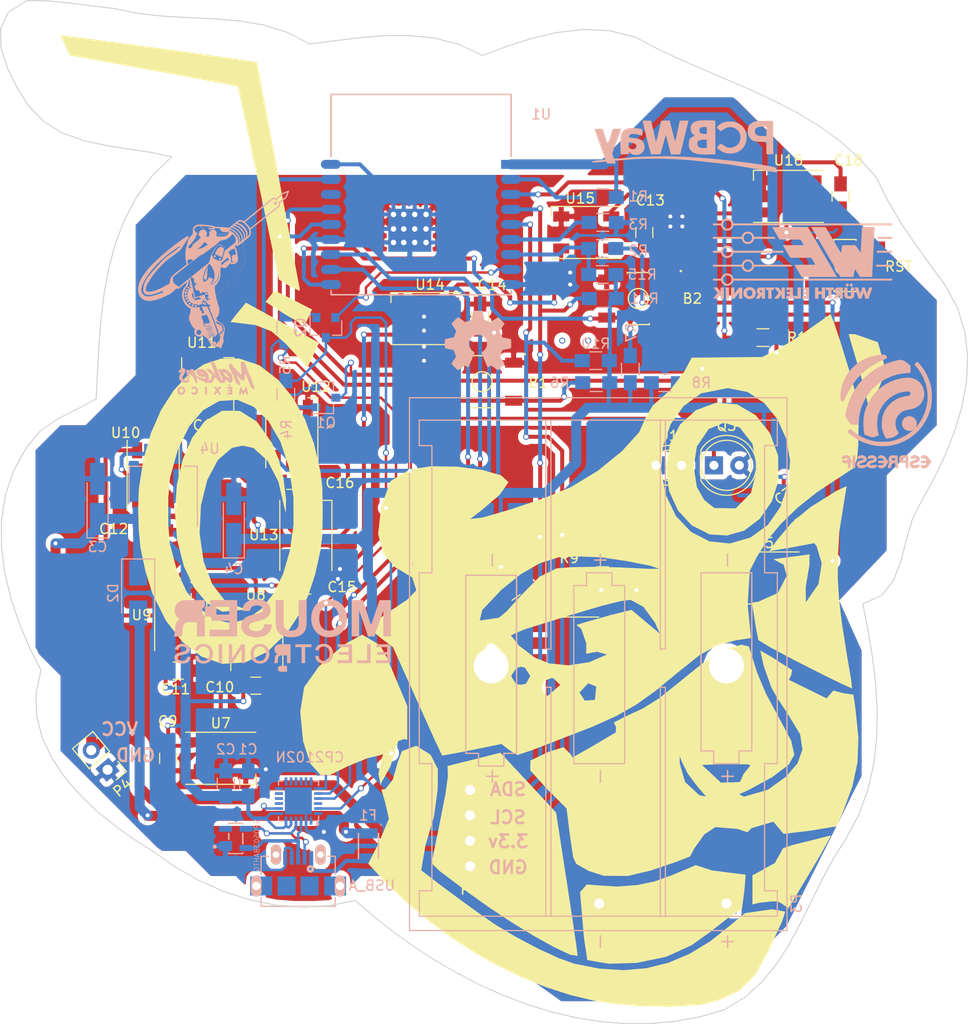
<source format=kicad_pcb>
(kicad_pcb (version 4) (host pcbnew 4.0.7-e2-6376~58~ubuntu16.04.1)
  (layers (0 F.Cu signal) (31 B.Cu signal) (34 B.Paste user) (35 F.Paste user) (36 B.SilkS user) (37 F.SilkS user) (38 B.Mask user) (39 F.Mask user) (44 Edge.Cuts user))
  (net 0 "")
  (net 1 +3V3)
  (net 2 GND)
  (net 3 "Net-(C3-Pad1)")
  (net 4 "Net-(D1-Pad1)")
  (net 5 IRL)
  (net 6 /VBUS)
  (net 7 "Net-(F1-Pad1)")
  (net 8 "Net-(P1-Pad3)")
  (net 9 "Net-(P1-Pad2)")
  (net 10 SCL)
  (net 11 SDA)
  (net 12 "Net-(Q1-Pad1)")
  (net 13 RTS)
  (net 14 RST)
  (net 15 "Net-(Q2-Pad1)")
  (net 16 GPIO0)
  (net 17 DTR)
  (net 18 IRT)
  (net 19 "Net-(R1-Pad1)")
  (net 20 np)
  (net 21 "Net-(R3-Pad2)")
  (net 22 B1)
  (net 23 B2)
  (net 24 RXD)
  (net 25 TXD)
  (net 26 "Net-(U2-Pad1)")
  (net 27 "Net-(U2-Pad9)")
  (net 28 "Net-(U2-Pad10)")
  (net 29 "Net-(U2-Pad11)")
  (net 30 "Net-(U2-Pad12)")
  (net 31 "Net-(U2-Pad13)")
  (net 32 "Net-(U2-Pad14)")
  (net 33 "Net-(U2-Pad15)")
  (net 34 "Net-(U2-Pad16)")
  (net 35 "Net-(U2-Pad17)")
  (net 36 "Net-(U2-Pad18)")
  (net 37 "Net-(U2-Pad22)")
  (net 38 "Net-(U2-Pad24)")
  (net 39 "Net-(U3-Pad2)")
  (net 40 "Net-(U5-Pad2)")
  (net 41 "Net-(U6-Pad2)")
  (net 42 "Net-(U7-Pad2)")
  (net 43 np1)
  (net 44 "Net-(U10-Pad4)")
  (net 45 "Net-(U10-Pad2)")
  (net 46 "Net-(U11-Pad2)")
  (net 47 np2)
  (net 48 "Net-(U13-Pad2)")
  (net 49 "Net-(U14-Pad2)")
  (net 50 "Net-(U15-Pad2)")
  (net 51 "Net-(U16-Pad2)")
  (net 52 "Net-(R15-Pad2)")
  (net 53 "Net-(U1-Pad16)")
  (module talentBadge:Keystone_2479_3xAAA (layer B.Cu) (at 182 129 90)
    (fp_text reference P3 (at 0 7 270) (layer B.SilkS) (effects (justify mirror)))
    (fp_text value Batt)
    (fp_text user + (at 12.7 0 90) (layer B.SilkS) (effects (font (size 1.5 1.5)) (justify mirror)))
    (fp_text user + (at 34.29 -12.7 90) (layer B.SilkS) (effects (font (size 1.5 1.5)) (justify mirror)))
    (fp_text user + (at 12.7 -23.495 90) (layer B.SilkS) (effects (font (size 1.5 1.5)) (justify mirror)))
    (fp_text user - (at 12.7 -12.7 90) (layer B.SilkS) (effects (font (size 1.5 1.5)) (justify mirror)))
    (fp_text user - (at 34.29 -23.495 90) (layer B.SilkS) (effects (font (size 1.5 1.5)) (justify mirror)))
    (fp_text user - (at 34.29 0 90) (layer B.SilkS) (effects (font (size 1.5 1.5)) (justify mirror)))
    (fp_text user - (at -3.81 -12.7 90) (layer B.SilkS) (effects (font (size 1.5 1.5)) (justify mirror)))
    (fp_text user + (at -3.81 0 90) (layer B.SilkS) (effects (font (size 1.5 1.5)) (justify mirror)))
    (pad 1 thru_hole rect (at 0 0 90) (size 2 2) (drill 1.02) (layers *.Cu *.Mask) (net 2 GND))
    (pad 2 thru_hole circle (at 0 -12.7 90) (size 2 2) (drill 1.02) (layers *.Cu *.Mask) (net 3 "Net-(C3-Pad1)"))
    (pad "" np_thru_hole circle (at 23.7236 -23.495 90) (size 3.5 3.5) (drill 3.5) (layers *.Cu *.Mask))
    (pad "" np_thru_hole circle (at 23.7236 0 90) (size 3.5 3.5) (drill 3.5) (layers *.Cu *.Mask))
  )
  (module Capacitors_SMD:C_0805_HandSoldering (layer B.Cu) (at 134.25 117 90)
    (fp_text reference C1 (at 3.4 -0.05 180) (layer B.SilkS) (effects (justify mirror)))
    (fp_text value 4.7uF)
    (pad 1 smd rect (at -1.25 0 90) (size 1.5 1.25) (layers B.Cu B.Paste B.Mask) (net 1 +3V3))
    (pad 2 smd rect (at 1.25 0 90) (size 1.5 1.25) (layers B.Cu B.Paste B.Mask) (net 2 GND))
  )
  (module Capacitors_SMD:C_0805_HandSoldering (layer B.Cu) (at 132 117 90)
    (fp_text reference C2 (at 3.4 0 180) (layer B.SilkS) (effects (justify mirror)))
    (fp_text value 0.1uF)
    (pad 1 smd rect (at -1.25 0 90) (size 1.5 1.25) (layers B.Cu B.Paste B.Mask) (net 1 +3V3))
    (pad 2 smd rect (at 1.25 0 90) (size 1.5 1.25) (layers B.Cu B.Paste B.Mask) (net 2 GND))
  )
  (module Capacitors_SMD:C_0805_HandSoldering (layer F.Cu) (at 188.75 89.75 35)
    (fp_text reference C7 (at 0 -1.75 35) (layer F.SilkS))
    (fp_text value 0.1uF)
    (pad 1 smd rect (at -1.25 0 35) (size 1.5 1.25) (layers F.Cu F.Paste F.Mask) (net 1 +3V3))
    (pad 2 smd rect (at 1.25 0 35) (size 1.5 1.25) (layers F.Cu F.Paste F.Mask) (net 2 GND))
  )
  (module Capacitors_SMD:C_0805_HandSoldering (layer F.Cu) (at 160.5 97.75 35)
    (fp_text reference C8 (at 0 -1.75 35) (layer F.SilkS))
    (fp_text value 0.1uF)
    (pad 1 smd rect (at -1.25 0 35) (size 1.5 1.25) (layers F.Cu F.Paste F.Mask) (net 1 +3V3))
    (pad 2 smd rect (at 1.25 0 35) (size 1.5 1.25) (layers F.Cu F.Paste F.Mask) (net 2 GND))
  )
  (module Capacitors_SMD:C_0805_HandSoldering (layer F.Cu) (at 126.25 114.5 270)
    (fp_text reference C9 (at -3.7 0.05 360) (layer F.SilkS))
    (fp_text value 0.1uF)
    (pad 1 smd rect (at -1.25 0 270) (size 1.5 1.25) (layers F.Cu F.Paste F.Mask) (net 1 +3V3))
    (pad 2 smd rect (at 1.25 0 270) (size 1.5 1.25) (layers F.Cu F.Paste F.Mask) (net 2 GND))
  )
  (module Capacitors_SMD:C_0805_HandSoldering (layer F.Cu) (at 135 107.25)
    (fp_text reference C10 (at -3.6 0.15) (layer F.SilkS))
    (fp_text value 0.1uF)
    (pad 1 smd rect (at -1.25 0) (size 1.5 1.25) (layers F.Cu F.Paste F.Mask) (net 1 +3V3))
    (pad 2 smd rect (at 1.25 0) (size 1.5 1.25) (layers F.Cu F.Paste F.Mask) (net 2 GND))
  )
  (module Capacitors_SMD:C_0805_HandSoldering (layer F.Cu) (at 127.25 105.75)
    (fp_text reference C11 (at -0.25 1.85) (layer F.SilkS))
    (fp_text value 0.1uF)
    (pad 1 smd rect (at -1.25 0) (size 1.5 1.25) (layers F.Cu F.Paste F.Mask) (net 1 +3V3))
    (pad 2 smd rect (at 1.25 0) (size 1.5 1.25) (layers F.Cu F.Paste F.Mask) (net 2 GND))
  )
  (module Capacitors_SMD:C_0805_HandSoldering (layer F.Cu) (at 124.75 91.75)
    (fp_text reference C12 (at -3.95 -0.15) (layer F.SilkS))
    (fp_text value 0.1uF)
    (pad 1 smd rect (at -1.25 0) (size 1.5 1.25) (layers F.Cu F.Paste F.Mask) (net 1 +3V3))
    (pad 2 smd rect (at 1.25 0) (size 1.5 1.25) (layers F.Cu F.Paste F.Mask) (net 2 GND))
  )
  (module Capacitors_SMD:C_0805_HandSoldering (layer F.Cu) (at 140 97.25)
    (fp_text reference C15 (at 3.6 0.15) (layer F.SilkS))
    (fp_text value 0.1uF)
    (pad 1 smd rect (at -1.25 0) (size 1.5 1.25) (layers F.Cu F.Paste F.Mask) (net 1 +3V3))
    (pad 2 smd rect (at 1.25 0) (size 1.5 1.25) (layers F.Cu F.Paste F.Mask) (net 2 GND))
  )
  (module Capacitors_SMD:C_0805_HandSoldering (layer F.Cu) (at 193.4 58.4 90)
    (fp_text reference C18 (at 3.6 0.8 180) (layer F.SilkS))
    (fp_text value 0.1uF)
    (pad 1 smd rect (at -1.25 0 90) (size 1.5 1.25) (layers F.Cu F.Paste F.Mask) (net 1 +3V3))
    (pad 2 smd rect (at 1.25 0 90) (size 1.5 1.25) (layers F.Cu F.Paste F.Mask) (net 2 GND))
  )
  (module LEDs:LED_D3.0mm (layer F.Cu) (at 174.96 85.25)
    (fp_text reference D1 (at 1.27 -2.96) (layer F.SilkS))
    (fp_text value LED)
    (pad 1 thru_hole rect (at 0 0) (size 1.8 1.8) (drill 0.9) (layers *.Cu *.Mask) (net 4 "Net-(D1-Pad1)"))
    (pad 2 thru_hole circle (at 2.54 0) (size 1.8 1.8) (drill 0.9) (layers *.Cu *.Mask) (net 5 IRL))
  )
  (module Diodes_SMD:D_SMA (layer B.Cu) (at 123.25 98 270)
    (fp_text reference D2 (at 0 2.5 270) (layer B.SilkS) (effects (justify mirror)))
    (fp_text value Diode)
    (pad 1 smd rect (at -2 0 270) (size 2.5 1.8) (layers B.Cu B.Paste B.Mask) (net 3 "Net-(C3-Pad1)"))
    (pad 2 smd rect (at 2 0 270) (size 2.5 1.8) (layers B.Cu B.Paste B.Mask) (net 6 /VBUS))
  )
  (module talentBadge:0440.500WRA (layer B.Cu) (at 146.25 124.5 90)
    (fp_text reference F1 (at 4.3 -0.05 180) (layer B.SilkS) (effects (justify mirror)))
    (fp_text value Fuse_Small)
    (pad 1 smd rect (at 0 0 90) (size 1 1.8) (layers B.Cu B.Paste B.Mask) (net 7 "Net-(F1-Pad1)"))
    (pad 2 smd rect (at 2.5 0 90) (size 1 1.8) (layers B.Cu B.Paste B.Mask) (net 6 /VBUS))
  )
  (module talentBadge:629105150921 (layer B.Cu) (at 139.29 127.125 180)
    (fp_text reference P1)
    (fp_text value USB_A (at -7.31 -0.075 180) (layer B.SilkS) (effects (justify mirror)))
    (pad SHEL thru_hole oval (at 2.275 3 90) (size 2 1) (drill 0.65) (layers *.Cu *.Mask B.SilkS))
    (pad SHEL thru_hole oval (at 4.235 -0.125 90) (size 2.1 1.05) (drill 0.825) (layers *.Cu *.Mask B.SilkS))
    (pad SHEL thru_hole oval (at -4.115 -0.125 90) (size 2.1 1.05) (drill 0.825) (layers *.Cu *.Mask B.SilkS))
    (pad SGEL smd rect (at 1.21 -0.125) (size 1.8 1.9) (layers B.Cu B.Paste B.Mask))
    (pad 3 smd rect (at 0.06 2.68 180) (size 0.4 1.35) (layers B.Cu B.Paste B.Mask) (net 8 "Net-(P1-Pad3)"))
    (pad 4 smd rect (at 0.71 2.68 180) (size 0.4 1.35) (layers B.Cu B.Paste B.Mask) (net 2 GND))
    (pad 5 smd rect (at 1.36 2.68 180) (size 0.4 1.35) (layers B.Cu B.Paste B.Mask) (net 2 GND))
    (pad SHEL smd rect (at 3.7525 -0.125 180) (size 2.185 1.9) (layers B.Cu B.Paste B.Mask))
    (pad SHEL smd rect (at -1.09 -0.125) (size 1.8 1.9) (layers B.Cu B.Paste B.Mask))
    (pad 1 smd rect (at -1.24 2.68 180) (size 0.4 1.35) (layers B.Cu B.Paste B.Mask) (net 7 "Net-(F1-Pad1)"))
    (pad 2 smd rect (at -0.59 2.68 180) (size 0.4 1.35) (layers B.Cu B.Paste B.Mask) (net 9 "Net-(P1-Pad2)"))
    (pad SHEL smd rect (at -3.6325 -0.125 180) (size 2.185 1.9) (layers B.Cu B.Paste B.Mask))
    (pad SHEL thru_hole oval (at -2.175 3 90) (size 2 1) (drill 0.65) (layers *.Cu *.Mask B.SilkS))
  )
  (module Pin_Headers:Pin_Header_Straight_1x04_Pitch2.54mm (layer F.Cu) (at 156.4 125.28 180)
    (fp_text reference P2 (at 0 -2.33 180) (layer F.SilkS))
    (fp_text value OLED)
    (pad 1 thru_hole rect (at 0 0 180) (size 1.7 1.7) (drill 1) (layers *.Cu *.Mask) (net 2 GND))
    (pad 2 thru_hole oval (at 0 2.54 180) (size 1.7 1.7) (drill 1) (layers *.Cu *.Mask) (net 1 +3V3))
    (pad 3 thru_hole oval (at 0 5.08 180) (size 1.7 1.7) (drill 1) (layers *.Cu *.Mask) (net 10 SCL))
    (pad 4 thru_hole oval (at 0 7.62 180) (size 1.7 1.7) (drill 1) (layers *.Cu *.Mask) (net 11 SDA))
  )
  (module Pin_Headers:Pin_Header_Straight_1x02_Pitch2.54mm (layer F.Cu) (at 120.2 115.65 220)
    (fp_text reference P4 (at 0 -2.33 220) (layer F.SilkS))
    (fp_text value PS)
    (pad 1 thru_hole rect (at 0 0 220) (size 1.7 1.7) (drill 1) (layers *.Cu *.Mask) (net 2 GND))
    (pad 2 thru_hole oval (at 0 2.54 220) (size 1.7 1.7) (drill 1) (layers *.Cu *.Mask) (net 3 "Net-(C3-Pad1)"))
  )
  (module TO_SOT_Packages_SMD:SOT-23 (layer B.Cu) (at 142 78.5)
    (fp_text reference Q1 (at 0 2.5) (layer B.SilkS) (effects (justify mirror)))
    (fp_text value MMBT3904)
    (pad 1 smd rect (at -1 0.95) (size 0.9 0.8) (layers B.Cu B.Paste B.Mask) (net 12 "Net-(Q1-Pad1)"))
    (pad 2 smd rect (at -1 -0.95) (size 0.9 0.8) (layers B.Cu B.Paste B.Mask) (net 13 RTS))
    (pad 3 smd rect (at 1 0) (size 0.9 0.8) (layers B.Cu B.Paste B.Mask) (net 14 RST))
  )
  (module TO_SOT_Packages_SMD:SOT-23 (layer B.Cu) (at 142 71.5 270)
    (fp_text reference Q2 (at 0 2.5 270) (layer B.SilkS) (effects (justify mirror)))
    (fp_text value MMBT3904)
    (pad 1 smd rect (at -1 0.95 270) (size 0.9 0.8) (layers B.Cu B.Paste B.Mask) (net 15 "Net-(Q2-Pad1)"))
    (pad 2 smd rect (at -1 -0.95 270) (size 0.9 0.8) (layers B.Cu B.Paste B.Mask) (net 16 GPIO0))
    (pad 3 smd rect (at 1 0 270) (size 0.9 0.8) (layers B.Cu B.Paste B.Mask) (net 17 DTR))
  )
  (module LEDs:LED_D5.0mm (layer F.Cu) (at 180.75 85.25)
    (fp_text reference Q3 (at 1.27 -3.96) (layer F.SilkS))
    (fp_text value "IR phototransistor")
    (pad 1 thru_hole rect (at 0 0) (size 1.8 1.8) (drill 0.9) (layers *.Cu *.Mask) (net 18 IRT))
    (pad 2 thru_hole circle (at 2.54 0) (size 1.8 1.8) (drill 0.9) (layers *.Cu *.Mask) (net 2 GND))
  )
  (module Resistors_SMD:R_0805_HandSoldering (layer B.Cu) (at 169.65 58.5)
    (fp_text reference R1 (at 3.55 -0.1) (layer B.SilkS) (effects (justify mirror)))
    (fp_text value 10k)
    (pad 1 smd rect (at -1.35 0) (size 1.5 1.3) (layers B.Cu B.Paste B.Mask) (net 19 "Net-(R1-Pad1)"))
    (pad 2 smd rect (at 1.35 0) (size 1.5 1.3) (layers B.Cu B.Paste B.Mask) (net 1 +3V3))
  )
  (module Resistors_SMD:R_0805_HandSoldering (layer B.Cu) (at 138 78.15 90)
    (fp_text reference R4 (at -3.495428 0.054782 90) (layer B.SilkS) (effects (justify mirror)))
    (fp_text value 10k)
    (pad 1 smd rect (at -1.35 0 90) (size 1.5 1.3) (layers B.Cu B.Paste B.Mask) (net 12 "Net-(Q1-Pad1)"))
    (pad 2 smd rect (at 1.35 0 90) (size 1.5 1.3) (layers B.Cu B.Paste B.Mask) (net 17 DTR))
  )
  (module Resistors_SMD:R_0805_HandSoldering (layer B.Cu) (at 138 71.5 270)
    (fp_text reference R5 (at 3.754572 0.054782 270) (layer B.SilkS) (effects (justify mirror)))
    (fp_text value 10k)
    (pad 1 smd rect (at -1.35 0 270) (size 1.5 1.3) (layers B.Cu B.Paste B.Mask) (net 15 "Net-(Q2-Pad1)"))
    (pad 2 smd rect (at 1.35 0 270) (size 1.5 1.3) (layers B.Cu B.Paste B.Mask) (net 13 RTS))
  )
  (module Resistors_SMD:R_0805_HandSoldering (layer B.Cu) (at 169 77)
    (fp_text reference R6 (at -3.65 0) (layer B.SilkS) (effects (justify mirror)))
    (fp_text value 10k)
    (pad 1 smd rect (at -1.35 0) (size 1.5 1.3) (layers B.Cu B.Paste B.Mask) (net 22 B1))
    (pad 2 smd rect (at 1.35 0) (size 1.5 1.3) (layers B.Cu B.Paste B.Mask) (net 1 +3V3))
  )
  (module Resistors_SMD:R_0805_HandSoldering (layer B.Cu) (at 172.4 75.65 270)
    (fp_text reference R7 (at -3.65 -0.1 270) (layer B.SilkS) (effects (justify mirror)))
    (fp_text value 10k)
    (pad 1 smd rect (at -1.35 0 270) (size 1.5 1.3) (layers B.Cu B.Paste B.Mask) (net 23 B2))
    (pad 2 smd rect (at 1.35 0 270) (size 1.5 1.3) (layers B.Cu B.Paste B.Mask) (net 1 +3V3))
  )
  (module Resistors_SMD:R_0805_HandSoldering (layer B.Cu) (at 175.85 77 180)
    (fp_text reference R8 (at -3.65 0 180) (layer B.SilkS) (effects (justify mirror)))
    (fp_text value 10k)
    (pad 1 smd rect (at -1.35 0 180) (size 1.5 1.3) (layers B.Cu B.Paste B.Mask) (net 14 RST))
    (pad 2 smd rect (at 1.35 0 180) (size 1.5 1.3) (layers B.Cu B.Paste B.Mask) (net 1 +3V3))
  )
  (module Resistors_SMD:R_0805_HandSoldering (layer F.Cu) (at 169.65 94.5 180)
    (fp_text reference R9 (at 3.35 0 180) (layer F.SilkS))
    (fp_text value 100)
    (pad 1 smd rect (at -1.35 0 180) (size 1.5 1.3) (layers F.Cu F.Paste F.Mask) (net 2 GND))
    (pad 2 smd rect (at 1.35 0 180) (size 1.5 1.3) (layers F.Cu F.Paste F.Mask) (net 4 "Net-(D1-Pad1)"))
  )
  (module Resistors_SMD:R_0805_HandSoldering (layer F.Cu) (at 185.65 72.5 180)
    (fp_text reference R14 (at -3.85 0 180) (layer F.SilkS))
    (fp_text value 10k)
    (pad 1 smd rect (at -1.35 0 180) (size 1.5 1.3) (layers F.Cu F.Paste F.Mask) (net 1 +3V3))
    (pad 2 smd rect (at 1.35 0 180) (size 1.5 1.3) (layers F.Cu F.Paste F.Mask) (net 18 IRT))
  )
  (module talentBadge:SW_TL3342F160QG (layer F.Cu) (at 157.6 76.9 180)
    (fp_text reference SW1)
    (fp_text value B1 (at -5.6 -0.1 180) (layer F.SilkS))
    (pad 2 smd rect (at -3.15 -1.9 180) (size 1.7 1) (layers F.Cu F.Paste F.Mask) (net 22 B1))
    (pad 2 smd rect (at 3.15 -1.9 180) (size 1.7 1) (layers F.Cu F.Paste F.Mask) (net 22 B1))
    (pad 1 smd rect (at -3.15 1.9 180) (size 1.7 1) (layers F.Cu F.Paste F.Mask) (net 2 GND))
    (pad 1 smd rect (at 3.15 1.9 180) (size 1.7 1) (layers F.Cu F.Paste F.Mask) (net 2 GND))
  )
  (module talentBadge:SW_TL3342F160QG (layer F.Cu) (at 193.85 65.3 180)
    (fp_text reference SW3)
    (fp_text value RST (at -5.35 -0.1 180) (layer F.SilkS))
    (pad 2 smd rect (at -3.15 -1.9 180) (size 1.7 1) (layers F.Cu F.Paste F.Mask) (net 14 RST))
    (pad 2 smd rect (at 3.15 -1.9 180) (size 1.7 1) (layers F.Cu F.Paste F.Mask) (net 14 RST))
    (pad 1 smd rect (at -3.15 1.9 180) (size 1.7 1) (layers F.Cu F.Paste F.Mask) (net 2 GND))
    (pad 1 smd rect (at 3.15 1.9 180) (size 1.7 1) (layers F.Cu F.Paste F.Mask) (net 2 GND))
  )
  (module talentBadge:QFN-24-5x5mm_Pitch0.50mm (layer B.Cu) (at 139.27 118.77 90)
    (fp_text reference U2)
    (fp_text value CP2102N (at 4.37 1.13 180) (layer B.SilkS) (effects (justify mirror)))
    (pad 1 smd rect (at -1.955 1.25 90) (size 0.81 0.27) (layers B.Cu B.Paste B.Mask) (net 26 "Net-(U2-Pad1)"))
    (pad 2 smd rect (at -1.955 0.75 90) (size 0.81 0.27) (layers B.Cu B.Paste B.Mask) (net 2 GND))
    (pad 3 smd rect (at -1.955 0.25 90) (size 0.81 0.27) (layers B.Cu B.Paste B.Mask) (net 8 "Net-(P1-Pad3)"))
    (pad 4 smd rect (at -1.955 -0.25 90) (size 0.81 0.27) (layers B.Cu B.Paste B.Mask) (net 9 "Net-(P1-Pad2)"))
    (pad 5 smd rect (at -1.955 -0.75 90) (size 0.81 0.27) (layers B.Cu B.Paste B.Mask) (net 1 +3V3))
    (pad 6 smd rect (at -1.955 -1.25 90) (size 0.81 0.27) (layers B.Cu B.Paste B.Mask) (net 1 +3V3))
    (pad 7 smd rect (at -1.25 -1.955) (size 0.81 0.27) (layers B.Cu B.Paste B.Mask) (net 1 +3V3))
    (pad 8 smd rect (at -0.75 -1.955) (size 0.81 0.27) (layers B.Cu B.Paste B.Mask) (net 6 /VBUS))
    (pad 9 smd rect (at -0.25 -1.955) (size 0.81 0.27) (layers B.Cu B.Paste B.Mask) (net 27 "Net-(U2-Pad9)"))
    (pad 10 smd rect (at 0.25 -1.955) (size 0.81 0.27) (layers B.Cu B.Paste B.Mask) (net 28 "Net-(U2-Pad10)"))
    (pad 11 smd rect (at 0.75 -1.955) (size 0.81 0.27) (layers B.Cu B.Paste B.Mask) (net 29 "Net-(U2-Pad11)"))
    (pad 12 smd rect (at 1.25 -1.955) (size 0.81 0.27) (layers B.Cu B.Paste B.Mask) (net 30 "Net-(U2-Pad12)"))
    (pad 13 smd rect (at 1.955 -1.25 270) (size 0.81 0.27) (layers B.Cu B.Paste B.Mask) (net 31 "Net-(U2-Pad13)"))
    (pad 14 smd rect (at 1.955 -0.75 270) (size 0.81 0.27) (layers B.Cu B.Paste B.Mask) (net 32 "Net-(U2-Pad14)"))
    (pad 15 smd rect (at 1.955 -0.25 270) (size 0.81 0.27) (layers B.Cu B.Paste B.Mask) (net 33 "Net-(U2-Pad15)"))
    (pad 16 smd rect (at 1.955 0.25 270) (size 0.81 0.27) (layers B.Cu B.Paste B.Mask) (net 34 "Net-(U2-Pad16)"))
    (pad 17 smd rect (at 1.955 0.75 270) (size 0.81 0.27) (layers B.Cu B.Paste B.Mask) (net 35 "Net-(U2-Pad17)"))
    (pad 18 smd rect (at 1.955 1.25 270) (size 0.81 0.27) (layers B.Cu B.Paste B.Mask) (net 36 "Net-(U2-Pad18)"))
    (pad 19 smd rect (at 1.25 1.955 180) (size 0.81 0.27) (layers B.Cu B.Paste B.Mask) (net 13 RTS))
    (pad 20 smd rect (at 0.75 1.955 180) (size 0.81 0.27) (layers B.Cu B.Paste B.Mask) (net 24 RXD))
    (pad 21 smd rect (at 0.25 1.955 180) (size 0.81 0.27) (layers B.Cu B.Paste B.Mask) (net 25 TXD))
    (pad 22 smd rect (at -0.25 1.955 180) (size 0.81 0.27) (layers B.Cu B.Paste B.Mask) (net 37 "Net-(U2-Pad22)"))
    (pad 23 smd rect (at -0.75 1.955 180) (size 0.81 0.27) (layers B.Cu B.Paste B.Mask) (net 17 DTR))
    (pad 24 smd rect (at -1.25 1.955 180) (size 0.81 0.27) (layers B.Cu B.Paste B.Mask) (net 38 "Net-(U2-Pad24)"))
    (pad 25 smd rect (at 0.02 -0.02 180) (size 2.7 2.7) (layers B.Cu B.Paste B.Mask) (net 2 GND))
  )
  (module talentBadge:SOT143 (layer B.Cu) (at 133 122.5 90)
    (fp_text reference U3)
    (fp_text value SP0503BAHTG (at -0.7 2.1 90) (layer B.SilkS) (effects (font (size 0.5 0.5) (thickness 0.05)) (justify mirror)))
    (pad 1 smd rect (at -0.76 -1.025 90) (size 0.99 1.3) (layers B.Cu B.Paste B.Mask) (net 2 GND))
    (pad 2 smd rect (at 0.96 -1.025 90) (size 0.59 1.3) (layers B.Cu B.Paste B.Mask) (net 39 "Net-(U3-Pad2)"))
    (pad 3 smd rect (at 0.96 1.025 90) (size 0.59 1.3) (layers B.Cu B.Paste B.Mask) (net 9 "Net-(P1-Pad2)"))
    (pad 4 smd rect (at -0.96 1.025 90) (size 0.59 1.3) (layers B.Cu B.Paste B.Mask) (net 8 "Net-(P1-Pad3)"))
  )
  (module TO_SOT_Packages_SMD:SOT-223 (layer B.Cu) (at 125.75 87.25 90)
    (fp_text reference U4 (at 3.65 4.65 180) (layer B.SilkS) (effects (justify mirror)))
    (fp_text value AP111733)
    (pad 4 smd rect (at 3.15 0 90) (size 2 3.8) (layers B.Cu B.Paste B.Mask) (net 1 +3V3))
    (pad 2 smd rect (at -3.15 0 90) (size 2 1.5) (layers B.Cu B.Paste B.Mask) (net 1 +3V3))
    (pad 3 smd rect (at -3.15 -2.3 90) (size 2 1.5) (layers B.Cu B.Paste B.Mask) (net 3 "Net-(C3-Pad1)"))
    (pad 1 smd rect (at -3.15 2.3 90) (size 2 1.5) (layers B.Cu B.Paste B.Mask) (net 2 GND))
  )
  (module LEDs:LED_WS2812B-PLCC4 (layer F.Cu) (at 185.75 96.5)
    (fp_text reference U5 (at 0 -3.5) (layer F.SilkS))
    (fp_text value ws2812b)
    (pad 3 smd rect (at 2.5 1.6) (size 1.6 1) (layers F.Cu F.Paste F.Mask) (net 2 GND))
    (pad 4 smd rect (at 2.5 -1.6) (size 1.6 1) (layers F.Cu F.Paste F.Mask) (net 20 np))
    (pad 2 smd rect (at -2.5 1.6) (size 1.6 1) (layers F.Cu F.Paste F.Mask) (net 40 "Net-(U5-Pad2)"))
    (pad 1 smd rect (at -2.5 -1.6) (size 1.6 1) (layers F.Cu F.Paste F.Mask) (net 1 +3V3))
  )
  (module LEDs:LED_WS2812B-PLCC4 (layer F.Cu) (at 165.75 103)
    (fp_text reference U6 (at 0 -5.5) (layer F.SilkS))
    (fp_text value ws2812b)
    (pad 3 smd rect (at 2.5 1.6) (size 1.6 1) (layers F.Cu F.Paste F.Mask) (net 2 GND))
    (pad 4 smd rect (at 2.5 -1.6) (size 1.6 1) (layers F.Cu F.Paste F.Mask) (net 40 "Net-(U5-Pad2)"))
    (pad 2 smd rect (at -2.5 1.6) (size 1.6 1) (layers F.Cu F.Paste F.Mask) (net 41 "Net-(U6-Pad2)"))
    (pad 1 smd rect (at -2.5 -1.6) (size 1.6 1) (layers F.Cu F.Paste F.Mask) (net 1 +3V3))
  )
  (module LEDs:LED_WS2812B-PLCC4 (layer F.Cu) (at 131.5 114.5)
    (fp_text reference U7 (at 0 -3.5) (layer F.SilkS))
    (fp_text value ws2812b)
    (pad 3 smd rect (at 2.5 1.6) (size 1.6 1) (layers F.Cu F.Paste F.Mask) (net 2 GND))
    (pad 4 smd rect (at 2.5 -1.6) (size 1.6 1) (layers F.Cu F.Paste F.Mask) (net 41 "Net-(U6-Pad2)"))
    (pad 2 smd rect (at -2.5 1.6) (size 1.6 1) (layers F.Cu F.Paste F.Mask) (net 42 "Net-(U7-Pad2)"))
    (pad 1 smd rect (at -2.5 -1.6) (size 1.6 1) (layers F.Cu F.Paste F.Mask) (net 1 +3V3))
  )
  (module LEDs:LED_WS2812B-PLCC4 (layer F.Cu) (at 135.1 102.25 90)
    (fp_text reference U8 (at 4.05 -0.1 180) (layer F.SilkS))
    (fp_text value ws2812b)
    (pad 3 smd rect (at 2.5 1.6 90) (size 1.6 1) (layers F.Cu F.Paste F.Mask) (net 2 GND))
    (pad 4 smd rect (at 2.5 -1.6 90) (size 1.6 1) (layers F.Cu F.Paste F.Mask) (net 42 "Net-(U7-Pad2)"))
    (pad 2 smd rect (at -2.5 1.6 90) (size 1.6 1) (layers F.Cu F.Paste F.Mask) (net 43 np1))
    (pad 1 smd rect (at -2.5 -1.6 90) (size 1.6 1) (layers F.Cu F.Paste F.Mask) (net 1 +3V3))
  )
  (module LEDs:LED_WS2812B-PLCC4 (layer F.Cu) (at 127.5 100.25 90)
    (fp_text reference U9 (at 0.05 -3.9 180) (layer F.SilkS))
    (fp_text value ws2812b)
    (pad 3 smd rect (at 2.5 1.6 90) (size 1.6 1) (layers F.Cu F.Paste F.Mask) (net 2 GND))
    (pad 4 smd rect (at 2.5 -1.6 90) (size 1.6 1) (layers F.Cu F.Paste F.Mask) (net 43 np1))
    (pad 2 smd rect (at -2.5 1.6 90) (size 1.6 1) (layers F.Cu F.Paste F.Mask) (net 44 "Net-(U10-Pad4)"))
    (pad 1 smd rect (at -2.5 -1.6 90) (size 1.6 1) (layers F.Cu F.Paste F.Mask) (net 1 +3V3))
  )
  (module LEDs:LED_WS2812B-PLCC4 (layer F.Cu) (at 124.75 86.25 90)
    (fp_text reference U10 (at 4.25 -2.75 180) (layer F.SilkS))
    (fp_text value ws2812b)
    (pad 3 smd rect (at 2.5 1.6 90) (size 1.6 1) (layers F.Cu F.Paste F.Mask) (net 2 GND))
    (pad 4 smd rect (at 2.5 -1.6 90) (size 1.6 1) (layers F.Cu F.Paste F.Mask) (net 44 "Net-(U10-Pad4)"))
    (pad 2 smd rect (at -2.5 1.6 90) (size 1.6 1) (layers F.Cu F.Paste F.Mask) (net 45 "Net-(U10-Pad2)"))
    (pad 1 smd rect (at -2.5 -1.6 90) (size 1.6 1) (layers F.Cu F.Paste F.Mask) (net 1 +3V3))
  )
  (module LEDs:LED_WS2812B-PLCC4 (layer F.Cu) (at 140 92.25 90)
    (fp_text reference U13 (at 0.05 -4.2 180) (layer F.SilkS))
    (fp_text value ws2812b)
    (pad 3 smd rect (at 2.5 1.6 90) (size 1.6 1) (layers F.Cu F.Paste F.Mask) (net 2 GND))
    (pad 4 smd rect (at 2.5 -1.6 90) (size 1.6 1) (layers F.Cu F.Paste F.Mask) (net 47 np2))
    (pad 2 smd rect (at -2.5 1.6 90) (size 1.6 1) (layers F.Cu F.Paste F.Mask) (net 48 "Net-(U13-Pad2)"))
    (pad 1 smd rect (at -2.5 -1.6 90) (size 1.6 1) (layers F.Cu F.Paste F.Mask) (net 1 +3V3))
  )
  (module LEDs:LED_WS2812B-PLCC4 (layer F.Cu) (at 168 62 180)
    (fp_text reference U15 (at 0.6 3.4 180) (layer F.SilkS))
    (fp_text value ws2812b)
    (pad 3 smd rect (at 2.5 1.6 180) (size 1.6 1) (layers F.Cu F.Paste F.Mask) (net 2 GND))
    (pad 4 smd rect (at 2.5 -1.6 180) (size 1.6 1) (layers F.Cu F.Paste F.Mask) (net 49 "Net-(U14-Pad2)"))
    (pad 2 smd rect (at -2.5 1.6 180) (size 1.6 1) (layers F.Cu F.Paste F.Mask) (net 50 "Net-(U15-Pad2)"))
    (pad 1 smd rect (at -2.5 -1.6 180) (size 1.6 1) (layers F.Cu F.Paste F.Mask) (net 1 +3V3))
  )
  (module LEDs:LED_WS2812B-PLCC4 (layer F.Cu) (at 188.2 58.4 180)
    (fp_text reference U16 (at 0 3.6 180) (layer F.SilkS))
    (fp_text value ws2812b)
    (pad 3 smd rect (at 2.5 1.6 180) (size 1.6 1) (layers F.Cu F.Paste F.Mask) (net 2 GND))
    (pad 4 smd rect (at 2.5 -1.6 180) (size 1.6 1) (layers F.Cu F.Paste F.Mask) (net 50 "Net-(U15-Pad2)"))
    (pad 2 smd rect (at -2.5 1.6 180) (size 1.6 1) (layers F.Cu F.Paste F.Mask) (net 51 "Net-(U16-Pad2)"))
    (pad 1 smd rect (at -2.5 -1.6 180) (size 1.6 1) (layers F.Cu F.Paste F.Mask) (net 1 +3V3))
  )
  (module talentBadge:pcbway_logo (layer B.Cu) (at 177.8 53.4 180)
    (fp_text reference G*** hide)
    (fp_text value LOGO hide)
  )
  (module talentBadge:wurth_logo (layer B.Cu) (at 189.6 64.6 180)
    (fp_text reference G*** hide)
    (fp_text value LOGO hide)
  )
  (module talentBadge:espressif_logo (layer B.Cu) (at 197.8 80 180)
    (fp_text reference G*** hide)
    (fp_text value LOGO hide)
  )
  (module talentBadge:makers_logo (layer B.Cu) (at 130.8 68 180)
    (fp_text reference G*** hide)
    (fp_text value LOGO hide)
  )
  (module talentBadge:ESP-13-WROOM-02 (layer B.Cu) (at 160.5 55.2 180)
    (fp_text reference U1 (at -3 5 180) (layer B.SilkS) (effects (justify mirror)))
    (fp_text value ESP-13-WROOM-02)
    (pad 10 smd oval (at 18 -12 180) (size 2 0.9) (layers B.Cu B.Paste B.Mask) (net 23 B2))
    (pad 9 smd oval (at 0 -12 180) (size 2 0.9) (layers B.Cu B.Paste B.Mask) (net 2 GND))
    (pad 1 smd rect (at 0 0 180) (size 2 0.9) (layers B.Cu B.Paste B.Mask) (net 1 +3V3))
    (pad 2 smd oval (at 0 -1.5 180) (size 2 0.9) (layers B.Cu B.Paste B.Mask) (net 19 "Net-(R1-Pad1)"))
    (pad 3 smd oval (at 0 -3 180) (size 2 0.9) (layers B.Cu B.Paste B.Mask) (net 18 IRT))
    (pad 4 smd oval (at 0 -4.5 180) (size 2 0.9) (layers B.Cu B.Paste B.Mask) (net 11 SDA))
    (pad 5 smd oval (at 0 -6 180) (size 2 0.9) (layers B.Cu B.Paste B.Mask) (net 10 SCL))
    (pad 6 smd oval (at 0 -7.5 180) (size 2 0.9) (layers B.Cu B.Paste B.Mask) (net 21 "Net-(R3-Pad2)"))
    (pad 7 smd oval (at 0 -9 180) (size 2 0.9) (layers B.Cu B.Paste B.Mask) (net 52 "Net-(R15-Pad2)"))
    (pad 8 smd oval (at 0 -10.5 180) (size 2 0.9) (layers B.Cu B.Paste B.Mask) (net 16 GPIO0))
    (pad 11 smd oval (at 18 -10.5 180) (size 2 0.9) (layers B.Cu B.Paste B.Mask) (net 25 TXD))
    (pad 12 smd oval (at 18 -9 180) (size 2 0.9) (layers B.Cu B.Paste B.Mask) (net 24 RXD))
    (pad 13 smd oval (at 18 -7.5 180) (size 2 0.9) (layers B.Cu B.Paste B.Mask) (net 2 GND))
    (pad 14 smd oval (at 18 -6 180) (size 2 0.9) (layers B.Cu B.Paste B.Mask) (net 22 B1))
    (pad 15 smd oval (at 18 -4.5 180) (size 2 0.9) (layers B.Cu B.Paste B.Mask) (net 14 RST))
    (pad 16 smd oval (at 18 -3 180) (size 2 0.9) (layers B.Cu B.Paste B.Mask) (net 53 "Net-(U1-Pad16)"))
    (pad 17 smd oval (at 18 -1.5 180) (size 2 0.9) (layers B.Cu B.Paste B.Mask) (net 5 IRL))
    (pad 18 smd oval (at 18 0 180) (size 2 0.9) (layers B.Cu B.Paste B.Mask) (net 2 GND))
    (pad PAD smd rect (at 10.12 -6.58 180) (size 4.3 4.3) (layers B.Cu B.Paste B.Mask) (net 2 GND))
    (pad PAD thru_hole circle (at 8.5 -5 180) (size 0.9 0.9) (drill 0.55) (layers *.Cu *.Mask) (net 2 GND))
    (pad PAD thru_hole circle (at 9.625 -5 180) (size 0.9 0.9) (drill 0.55) (layers *.Cu *.Mask) (net 2 GND))
    (pad PAD thru_hole circle (at 10.725 -5 180) (size 0.9 0.9) (drill 0.55) (layers *.Cu *.Mask) (net 2 GND))
    (pad PAD thru_hole circle (at 11.75 -5 180) (size 0.9 0.9) (drill 0.55) (layers *.Cu *.Mask) (net 2 GND))
    (pad PAD thru_hole circle (at 8.5 -6.45 180) (size 0.9 0.9) (drill 0.55) (layers *.Cu *.Mask) (net 2 GND))
    (pad PAD thru_hole circle (at 10.725 -6.45 180) (size 0.9 0.9) (drill 0.55) (layers *.Cu *.Mask) (net 2 GND))
    (pad PAD thru_hole circle (at 11.75 -6.45 180) (size 0.9 0.9) (drill 0.55) (layers *.Cu *.Mask) (net 2 GND))
    (pad PAD thru_hole circle (at 9.625 -6.45 180) (size 0.9 0.9) (drill 0.55) (layers *.Cu *.Mask) (net 2 GND))
    (pad PAD thru_hole circle (at 8.5 -7.8 180) (size 0.9 0.9) (drill 0.55) (layers *.Cu *.Mask) (net 2 GND))
    (pad PAD thru_hole circle (at 10.725 -7.8 180) (size 0.9 0.9) (drill 0.55) (layers *.Cu *.Mask) (net 2 GND))
    (pad PAD thru_hole circle (at 11.75 -7.8 180) (size 0.9 0.9) (drill 0.55) (layers *.Cu *.Mask) (net 2 GND))
    (pad PAD thru_hole circle (at 9.625 -7.8 180) (size 0.9 0.9) (drill 0.55) (layers *.Cu *.Mask) (net 2 GND))
  )
  (module Capacitors_SMD:C_0805_HandSoldering (layer F.Cu) (at 173.8 62 90)
    (fp_text reference C13 (at 3.2 0.6 180) (layer F.SilkS))
    (fp_text value 0.1uF)
    (pad 1 smd rect (at -1.25 0 90) (size 1.5 1.25) (layers F.Cu F.Paste F.Mask) (net 1 +3V3))
    (pad 2 smd rect (at 1.25 0 90) (size 1.5 1.25) (layers F.Cu F.Paste F.Mask) (net 2 GND))
  )
  (module Capacitors_SMD:C_0805_HandSoldering (layer F.Cu) (at 157.4 70.4 90)
    (fp_text reference C14 (at 3.15 1.2 180) (layer F.SilkS))
    (fp_text value 0.1uF)
    (pad 1 smd rect (at -1.25 0 90) (size 1.5 1.25) (layers F.Cu F.Paste F.Mask) (net 1 +3V3))
    (pad 2 smd rect (at 1.25 0 90) (size 1.5 1.25) (layers F.Cu F.Paste F.Mask) (net 2 GND))
  )
  (module Capacitors_SMD:C_0805_HandSoldering (layer F.Cu) (at 138.6 86.8)
    (fp_text reference C16 (at 4.8 0.2) (layer F.SilkS))
    (fp_text value 0.1uF)
    (pad 1 smd rect (at -1.25 0) (size 1.5 1.25) (layers F.Cu F.Paste F.Mask) (net 1 +3V3))
    (pad 2 smd rect (at 1.25 0) (size 1.5 1.25) (layers F.Cu F.Paste F.Mask) (net 2 GND))
  )
  (module Capacitors_SMD:C_0805_HandSoldering (layer F.Cu) (at 130.15 83)
    (fp_text reference C17 (at 0 -1.75) (layer F.SilkS))
    (fp_text value 0.1uF)
    (pad 1 smd rect (at -1.25 0) (size 1.5 1.25) (layers F.Cu F.Paste F.Mask) (net 1 +3V3))
    (pad 2 smd rect (at 1.25 0) (size 1.5 1.25) (layers F.Cu F.Paste F.Mask) (net 2 GND))
  )
  (module Resistors_SMD:R_0805_HandSoldering (layer B.Cu) (at 169.6 63.6)
    (fp_text reference R2 (at 3.6 0.2) (layer B.SilkS) (effects (justify mirror)))
    (fp_text value 470)
    (pad 1 smd rect (at -1.35 0) (size 1.5 1.3) (layers B.Cu B.Paste B.Mask) (net 52 "Net-(R15-Pad2)"))
    (pad 2 smd rect (at 1.35 0) (size 1.5 1.3) (layers B.Cu B.Paste B.Mask) (net 20 np))
  )
  (module Resistors_SMD:R_0805_HandSoldering (layer B.Cu) (at 169.65 61 180)
    (fp_text reference R3 (at -3.55 -0.2 180) (layer B.SilkS) (effects (justify mirror)))
    (fp_text value 1k)
    (pad 1 smd rect (at -1.35 0 180) (size 1.5 1.3) (layers B.Cu B.Paste B.Mask) (net 2 GND))
    (pad 2 smd rect (at 1.35 0 180) (size 1.5 1.3) (layers B.Cu B.Paste B.Mask) (net 21 "Net-(R3-Pad2)"))
  )
  (module Resistors_SMD:R_0805_HandSoldering (layer B.Cu) (at 169.6 66.2 180)
    (fp_text reference R15 (at -4 0 180) (layer B.SilkS) (effects (justify mirror)))
    (fp_text value 10K)
    (pad 1 smd rect (at -1.35 0 180) (size 1.5 1.3) (layers B.Cu B.Paste B.Mask) (net 1 +3V3))
    (pad 2 smd rect (at 1.35 0 180) (size 1.5 1.3) (layers B.Cu B.Paste B.Mask) (net 52 "Net-(R15-Pad2)"))
  )
  (module talentBadge:SW_TL3342F160QG (layer F.Cu) (at 173.2 68.6 180)
    (fp_text reference SW2)
    (fp_text value B2 (at -5.4 0 180) (layer F.SilkS))
    (pad 2 smd rect (at -3.15 -1.9 180) (size 1.7 1) (layers F.Cu F.Paste F.Mask) (net 23 B2))
    (pad 2 smd rect (at 3.15 -1.9 180) (size 1.7 1) (layers F.Cu F.Paste F.Mask) (net 23 B2))
    (pad 1 smd rect (at -3.15 1.9 180) (size 1.7 1) (layers F.Cu F.Paste F.Mask) (net 2 GND))
    (pad 1 smd rect (at 3.15 1.9 180) (size 1.7 1) (layers F.Cu F.Paste F.Mask) (net 2 GND))
  )
  (module LEDs:LED_WS2812B-PLCC4 (layer F.Cu) (at 130.2 78 90)
    (fp_text reference U11 (at 5 -0.6 180) (layer F.SilkS))
    (fp_text value ws2812b)
    (pad 3 smd rect (at 2.5 1.6 90) (size 1.6 1) (layers F.Cu F.Paste F.Mask) (net 2 GND))
    (pad 4 smd rect (at 2.5 -1.6 90) (size 1.6 1) (layers F.Cu F.Paste F.Mask) (net 45 "Net-(U10-Pad2)"))
    (pad 2 smd rect (at -2.5 1.6 90) (size 1.6 1) (layers F.Cu F.Paste F.Mask) (net 46 "Net-(U11-Pad2)"))
    (pad 1 smd rect (at -2.5 -1.6 90) (size 1.6 1) (layers F.Cu F.Paste F.Mask) (net 1 +3V3))
  )
  (module LEDs:LED_WS2812B-PLCC4 (layer F.Cu) (at 138.6 82 90)
    (fp_text reference U12 (at 4.6 2.4 180) (layer F.SilkS))
    (fp_text value ws2812b)
    (pad 3 smd rect (at 2.5 1.6 90) (size 1.6 1) (layers F.Cu F.Paste F.Mask) (net 2 GND))
    (pad 4 smd rect (at 2.5 -1.6 90) (size 1.6 1) (layers F.Cu F.Paste F.Mask) (net 46 "Net-(U11-Pad2)"))
    (pad 2 smd rect (at -2.5 1.6 90) (size 1.6 1) (layers F.Cu F.Paste F.Mask) (net 47 np2))
    (pad 1 smd rect (at -2.5 -1.6 90) (size 1.6 1) (layers F.Cu F.Paste F.Mask) (net 1 +3V3))
  )
  (module LEDs:LED_WS2812B-PLCC4 (layer F.Cu) (at 152 70.6 180)
    (fp_text reference U14 (at -0.4 3.4 180) (layer F.SilkS))
    (fp_text value ws2812b)
    (pad 3 smd rect (at 2.5 1.6 180) (size 1.6 1) (layers F.Cu F.Paste F.Mask) (net 2 GND))
    (pad 4 smd rect (at 2.5 -1.6 180) (size 1.6 1) (layers F.Cu F.Paste F.Mask) (net 48 "Net-(U13-Pad2)"))
    (pad 2 smd rect (at -2.5 1.6 180) (size 1.6 1) (layers F.Cu F.Paste F.Mask) (net 49 "Net-(U14-Pad2)"))
    (pad 1 smd rect (at -2.5 -1.6 180) (size 1.6 1) (layers F.Cu F.Paste F.Mask) (net 1 +3V3))
  )
  (module talentBadge:Chica_SilkS_1 (layer F.Cu) (at 156.6 90.8)
    (fp_text reference svg2mod hide)
    (fp_text value G*** hide)
  )
  (module Capacitors_Tantalum_SMD:CP_Tantalum_Case-A_EIA-3216-18_Hand (layer B.Cu) (at 119.2 88.6 90)
    (fp_text reference C3 (at -4.8 0 180) (layer B.SilkS) (effects (justify mirror)))
    (fp_text value 4.7uF)
    (pad 1 smd rect (at -2 0 90) (size 3.2 1.5) (layers B.Cu B.Paste B.Mask) (net 3 "Net-(C3-Pad1)"))
    (pad 2 smd rect (at 2 0 90) (size 3.2 1.5) (layers B.Cu B.Paste B.Mask) (net 2 GND))
  )
  (module Capacitors_Tantalum_SMD:CP_Tantalum_Case-A_EIA-3216-18_Hand (layer B.Cu) (at 132.8 90.6 90)
    (fp_text reference C4 (at -5 0 180) (layer B.SilkS) (effects (justify mirror)))
    (fp_text value 4.7uF)
    (pad 1 smd rect (at -2 0 90) (size 3.2 1.5) (layers B.Cu B.Paste B.Mask) (net 1 +3V3))
    (pad 2 smd rect (at 2 0 90) (size 3.2 1.5) (layers B.Cu B.Paste B.Mask) (net 2 GND))
  )
  (module talentBadge:Chica_Contorno (layer F.Cu) (at 157.2 90.4)
    (fp_text reference svg2mod hide)
    (fp_text value G*** hide)
    (fp_line (start -45.059041 -51.559024) (end -46.923435 -50.380211) (layer Edge.Cuts) (width 0.103269))
    (fp_line (start -46.923435 -50.380211) (end -47.69409 -48.725652) (layer Edge.Cuts) (width 0.103269))
    (fp_line (start -47.69409 -48.725652) (end -47.62765 -46.784984) (layer Edge.Cuts) (width 0.103269))
    (fp_line (start -47.62765 -46.784984) (end -46.980757 -44.747845) (layer Edge.Cuts) (width 0.103269))
    (fp_line (start -46.980757 -44.747845) (end -46.010055 -42.803873) (layer Edge.Cuts) (width 0.103269))
    (fp_line (start -46.010055 -42.803873) (end -44.972184 -41.142704) (layer Edge.Cuts) (width 0.103269))
    (fp_line (start -44.972184 -41.142704) (end -43.382832 -39.467971) (layer Edge.Cuts) (width 0.103269))
    (fp_line (start -43.382832 -39.467971) (end -41.461042 -38.312817) (layer Edge.Cuts) (width 0.103269))
    (fp_line (start -41.461042 -38.312817) (end -39.313758 -37.552073) (layer Edge.Cuts) (width 0.103269))
    (fp_line (start -39.313758 -37.552073) (end -37.047927 -37.060569) (layer Edge.Cuts) (width 0.103269))
    (fp_line (start -37.047927 -37.060569) (end -34.770492 -36.713133) (layer Edge.Cuts) (width 0.103269))
    (fp_line (start -34.770492 -36.713133) (end -32.588398 -36.384596) (layer Edge.Cuts) (width 0.103269))
    (fp_line (start -32.588398 -36.384596) (end -30.60859 -35.949787) (layer Edge.Cuts) (width 0.103269))
    (fp_line (start -30.60859 -35.949787) (end -32.543468 -34.058591) (layer Edge.Cuts) (width 0.103269))
    (fp_line (start -32.543468 -34.058591) (end -34.093475 -31.96484) (layer Edge.Cuts) (width 0.103269))
    (fp_line (start -34.093475 -31.96484) (end -35.3045 -29.700521) (layer Edge.Cuts) (width 0.103269))
    (fp_line (start -35.3045 -29.700521) (end -36.222432 -27.297624) (layer Edge.Cuts) (width 0.103269))
    (fp_line (start -36.222432 -27.297624) (end -36.893161 -24.788136) (layer Edge.Cuts) (width 0.103269))
    (fp_line (start -36.893161 -24.788136) (end -37.362574 -22.204047) (layer Edge.Cuts) (width 0.103269))
    (fp_line (start -37.362574 -22.204047) (end -37.676563 -19.577344) (layer Edge.Cuts) (width 0.103269))
    (fp_line (start -37.676563 -19.577344) (end -37.881015 -16.940018) (layer Edge.Cuts) (width 0.103269))
    (fp_line (start -37.881015 -16.940018) (end -38.02182 -14.324055) (layer Edge.Cuts) (width 0.103269))
    (fp_line (start -38.02182 -14.324055) (end -38.144867 -11.761445) (layer Edge.Cuts) (width 0.103269))
    (fp_line (start -38.144867 -11.761445) (end -39.984519 -10.797883) (layer Edge.Cuts) (width 0.103269))
    (fp_line (start -39.984519 -10.797883) (end -41.9302 -9.812415) (layer Edge.Cuts) (width 0.103269))
    (fp_line (start -41.9302 -9.812415) (end -43.730448 -8.578705) (layer Edge.Cuts) (width 0.103269))
    (fp_line (start -43.730448 -8.578705) (end -45.133802 -6.870416) (layer Edge.Cuts) (width 0.103269))
    (fp_line (start -45.133802 -6.870416) (end -46.423024 -4.540529) (layer Edge.Cuts) (width 0.103269))
    (fp_line (start -46.423024 -4.540529) (end -47.2295 -2.093288) (layer Edge.Cuts) (width 0.103269))
    (fp_line (start -47.2295 -2.093288) (end -47.604422 0.435432) (layer Edge.Cuts) (width 0.103269))
    (fp_line (start -47.604422 0.435432) (end -47.598979 3.009761) (layer Edge.Cuts) (width 0.103269))
    (fp_line (start -47.598979 3.009761) (end -47.264362 5.593826) (layer Edge.Cuts) (width 0.103269))
    (fp_line (start -47.264362 5.593826) (end -46.65176 8.151753) (layer Edge.Cuts) (width 0.103269))
    (fp_line (start -46.65176 8.151753) (end -45.812365 10.647671) (layer Edge.Cuts) (width 0.103269))
    (fp_line (start -45.812365 10.647671) (end -44.797366 13.045708) (layer Edge.Cuts) (width 0.103269))
    (fp_line (start -44.797366 13.045708) (end -43.657954 15.309989) (layer Edge.Cuts) (width 0.103269))
    (fp_line (start -43.657954 15.309989) (end -44.146844 17.624121) (layer Edge.Cuts) (width 0.103269))
    (fp_line (start -44.146844 17.624121) (end -44.086363 19.854458) (layer Edge.Cuts) (width 0.103269))
    (fp_line (start -44.086363 19.854458) (end -43.548721 21.990095) (layer Edge.Cuts) (width 0.103269))
    (fp_line (start -43.548721 21.990095) (end -42.606128 24.020129) (layer Edge.Cuts) (width 0.103269))
    (fp_line (start -42.606128 24.020129) (end -41.330795 25.933655) (layer Edge.Cuts) (width 0.103269))
    (fp_line (start -41.330795 25.933655) (end -39.794931 27.719766) (layer Edge.Cuts) (width 0.103269))
    (fp_line (start -39.794931 27.719766) (end -38.070747 29.36756) (layer Edge.Cuts) (width 0.103269))
    (fp_line (start -38.070747 29.36756) (end -36.230452 30.866131) (layer Edge.Cuts) (width 0.103269))
    (fp_line (start -36.230452 30.866131) (end -34.346257 32.204574) (layer Edge.Cuts) (width 0.103269))
    (fp_line (start -34.346257 32.204574) (end -32.490372 33.371984) (layer Edge.Cuts) (width 0.103269))
    (fp_line (start -32.490372 33.371984) (end -30.28346 34.925671) (layer Edge.Cuts) (width 0.103269))
    (fp_line (start -30.28346 34.925671) (end -27.924934 36.271463) (layer Edge.Cuts) (width 0.103269))
    (fp_line (start -27.924934 36.271463) (end -25.444993 37.37927) (layer Edge.Cuts) (width 0.103269))
    (fp_line (start -25.444993 37.37927) (end -22.873834 38.219004) (layer Edge.Cuts) (width 0.103269))
    (fp_line (start -22.873834 38.219004) (end -20.241652 38.760574) (layer Edge.Cuts) (width 0.103269))
    (fp_line (start -20.241652 38.760574) (end -17.578647 38.973892) (layer Edge.Cuts) (width 0.103269))
    (fp_line (start -17.578647 38.973892) (end -14.915014 38.828866) (layer Edge.Cuts) (width 0.103269))
    (fp_line (start -14.915014 38.828866) (end -12.280951 38.295408) (layer Edge.Cuts) (width 0.103269))
    (fp_line (start -12.280951 38.295408) (end -10.402378 39.903695) (layer Edge.Cuts) (width 0.103269))
    (fp_line (start -10.402378 39.903695) (end -8.432557 41.448878) (layer Edge.Cuts) (width 0.103269))
    (fp_line (start -8.432557 41.448878) (end -6.378915 42.918056) (layer Edge.Cuts) (width 0.103269))
    (fp_line (start -6.378915 42.918056) (end -4.248875 44.29833) (layer Edge.Cuts) (width 0.103269))
    (fp_line (start -4.248875 44.29833) (end -2.049863 45.5768) (layer Edge.Cuts) (width 0.103269))
    (fp_line (start -2.049863 45.5768) (end 0.210697 46.740566) (layer Edge.Cuts) (width 0.103269))
    (fp_line (start 0.210697 46.740566) (end 2.52538 47.77673) (layer Edge.Cuts) (width 0.103269))
    (fp_line (start 2.52538 47.77673) (end 4.886761 48.672391) (layer Edge.Cuts) (width 0.103269))
    (fp_line (start 4.886761 48.672391) (end 7.287416 49.414649) (layer Edge.Cuts) (width 0.103269))
    (fp_line (start 7.287416 49.414649) (end 9.71992 49.990605) (layer Edge.Cuts) (width 0.103269))
    (fp_line (start 9.71992 49.990605) (end 12.176847 50.38736) (layer Edge.Cuts) (width 0.103269))
    (fp_line (start 12.176847 50.38736) (end 14.650774 50.592014) (layer Edge.Cuts) (width 0.103269))
    (fp_line (start 14.650774 50.592014) (end 17.134276 50.591666) (layer Edge.Cuts) (width 0.103269))
    (fp_line (start 17.134276 50.591666) (end 19.619927 50.373418) (layer Edge.Cuts) (width 0.103269))
    (fp_line (start 19.619927 50.373418) (end 22.100304 49.92437) (layer Edge.Cuts) (width 0.103269))
    (fp_line (start 22.100304 49.92437) (end 24.567981 49.231621) (layer Edge.Cuts) (width 0.103269))
    (fp_line (start 24.567981 49.231621) (end 26.632311 47.977889) (layer Edge.Cuts) (width 0.103269))
    (fp_line (start 26.632311 47.977889) (end 28.362429 46.421498) (layer Edge.Cuts) (width 0.103269))
    (fp_line (start 28.362429 46.421498) (end 29.824903 44.623729) (layer Edge.Cuts) (width 0.103269))
    (fp_line (start 29.824903 44.623729) (end 31.086303 42.645864) (layer Edge.Cuts) (width 0.103269))
    (fp_line (start 31.086303 42.645864) (end 32.213199 40.549183) (layer Edge.Cuts) (width 0.103269))
    (fp_line (start 32.213199 40.549183) (end 33.272159 38.394966) (layer Edge.Cuts) (width 0.103269))
    (fp_line (start 33.272159 38.394966) (end 34.329754 36.244494) (layer Edge.Cuts) (width 0.103269))
    (fp_line (start 34.329754 36.244494) (end 35.452553 34.159049) (layer Edge.Cuts) (width 0.103269))
    (fp_line (start 35.452553 34.159049) (end 36.707125 32.199909) (layer Edge.Cuts) (width 0.103269))
    (fp_line (start 36.707125 32.199909) (end 38.002781 29.7667) (layer Edge.Cuts) (width 0.103269))
    (fp_line (start 38.002781 29.7667) (end 38.923733 27.247907) (layer Edge.Cuts) (width 0.103269))
    (fp_line (start 38.923733 27.247907) (end 39.512167 24.661013) (layer Edge.Cuts) (width 0.103269))
    (fp_line (start 39.512167 24.661013) (end 39.81027 22.023499) (layer Edge.Cuts) (width 0.103269))
    (fp_line (start 39.81027 22.023499) (end 39.860228 19.352847) (layer Edge.Cuts) (width 0.103269))
    (fp_line (start 39.860228 19.352847) (end 39.704227 16.666539) (layer Edge.Cuts) (width 0.103269))
    (fp_line (start 39.704227 16.666539) (end 39.384454 13.982056) (layer Edge.Cuts) (width 0.103269))
    (fp_line (start 39.384454 13.982056) (end 38.943095 11.316882) (layer Edge.Cuts) (width 0.103269))
    (fp_line (start 38.943095 11.316882) (end 38.422338 8.688496) (layer Edge.Cuts) (width 0.103269))
    (fp_line (start 38.422338 8.688496) (end 40.314987 7.82436) (layer Edge.Cuts) (width 0.103269))
    (fp_line (start 40.314987 7.82436) (end 41.500191 6.312938) (layer Edge.Cuts) (width 0.103269))
    (fp_line (start 41.500191 6.312938) (end 42.234613 4.384523) (layer Edge.Cuts) (width 0.103269))
    (fp_line (start 42.234613 4.384523) (end 42.774917 2.269409) (layer Edge.Cuts) (width 0.103269))
    (fp_line (start 42.774917 2.269409) (end 43.377764 0.197891) (layer Edge.Cuts) (width 0.103269))
    (fp_line (start 43.377764 0.197891) (end 44.299819 -1.599739) (layer Edge.Cuts) (width 0.103269))
    (fp_line (start 44.299819 -1.599739) (end 45.509776 -3.800044) (layer Edge.Cuts) (width 0.103269))
    (fp_line (start 45.509776 -3.800044) (end 46.622344 -6.117039) (layer Edge.Cuts) (width 0.103269))
    (fp_line (start 46.622344 -6.117039) (end 47.577393 -8.521758) (layer Edge.Cuts) (width 0.103269))
    (fp_line (start 47.577393 -8.521758) (end 48.314793 -10.985239) (layer Edge.Cuts) (width 0.103269))
    (fp_line (start 48.314793 -10.985239) (end 48.774414 -13.478515) (layer Edge.Cuts) (width 0.103269))
    (fp_line (start 48.774414 -13.478515) (end 48.896126 -15.972624) (layer Edge.Cuts) (width 0.103269))
    (fp_line (start 48.896126 -15.972624) (end 48.619799 -18.4386) (layer Edge.Cuts) (width 0.103269))
    (fp_line (start 48.619799 -18.4386) (end 47.885303 -20.84748) (layer Edge.Cuts) (width 0.103269))
    (fp_line (start 47.885303 -20.84748) (end 46.632507 -23.170299) (layer Edge.Cuts) (width 0.103269))
    (fp_line (start 46.632507 -23.170299) (end 45.103436 -25.231991) (layer Edge.Cuts) (width 0.103269))
    (fp_line (start 45.103436 -25.231991) (end 43.605904 -27.310491) (layer Edge.Cuts) (width 0.103269))
    (fp_line (start 43.605904 -27.310491) (end 42.184991 -29.432405) (layer Edge.Cuts) (width 0.103269))
    (fp_line (start 42.184991 -29.432405) (end 40.885777 -31.624336) (layer Edge.Cuts) (width 0.103269))
    (fp_line (start 40.885777 -31.624336) (end 39.75334 -33.912891) (layer Edge.Cuts) (width 0.103269))
    (fp_line (start 39.75334 -33.912891) (end 38.032131 -35.843514) (layer Edge.Cuts) (width 0.103269))
    (fp_line (start 38.032131 -35.843514) (end 36.134969 -37.529896) (layer Edge.Cuts) (width 0.103269))
    (fp_line (start 36.134969 -37.529896) (end 34.08947 -39.009521) (layer Edge.Cuts) (width 0.103269))
    (fp_line (start 34.08947 -39.009521) (end 31.923249 -40.319873) (layer Edge.Cuts) (width 0.103269))
    (fp_line (start 31.923249 -40.319873) (end 29.66392 -41.498437) (layer Edge.Cuts) (width 0.103269))
    (fp_line (start 29.66392 -41.498437) (end 27.339101 -42.582699) (layer Edge.Cuts) (width 0.103269))
    (fp_line (start 27.339101 -42.582699) (end 24.976405 -43.610142) (layer Edge.Cuts) (width 0.103269))
    (fp_line (start 24.976405 -43.610142) (end 22.603449 -44.618251) (layer Edge.Cuts) (width 0.103269))
    (fp_line (start 22.603449 -44.618251) (end 20.247847 -45.644512) (layer Edge.Cuts) (width 0.103269))
    (fp_line (start 20.247847 -45.644512) (end 17.937215 -46.726408) (layer Edge.Cuts) (width 0.103269))
    (fp_line (start 17.937215 -46.726408) (end 15.699169 -47.901424) (layer Edge.Cuts) (width 0.103269))
    (fp_line (start 15.699169 -47.901424) (end 13.11718 -48.547643) (layer Edge.Cuts) (width 0.103269))
    (fp_line (start 13.11718 -48.547643) (end 10.490365 -48.664847) (layer Edge.Cuts) (width 0.103269))
    (fp_line (start 10.490365 -48.664847) (end 7.863708 -48.364377) (layer Edge.Cuts) (width 0.103269))
    (fp_line (start 7.863708 -48.364377) (end 5.28219 -47.757574) (layer Edge.Cuts) (width 0.103269))
    (fp_line (start 5.28219 -47.757574) (end 2.790796 -46.955778) (layer Edge.Cuts) (width 0.103269))
    (fp_line (start 2.790796 -46.955778) (end 0.434509 -46.070331) (layer Edge.Cuts) (width 0.103269))
    (fp_line (start 0.434509 -46.070331) (end -1.88401 -47.165588) (layer Edge.Cuts) (width 0.103269))
    (fp_line (start -1.88401 -47.165588) (end -4.320978 -47.798778) (layer Edge.Cuts) (width 0.103269))
    (fp_line (start -4.320978 -47.798778) (end -6.834297 -48.060936) (layer Edge.Cuts) (width 0.103269))
    (fp_line (start -6.834297 -48.060936) (end -9.381869 -48.043095) (layer Edge.Cuts) (width 0.103269))
    (fp_line (start -9.381869 -48.043095) (end -11.921595 -47.836289) (layer Edge.Cuts) (width 0.103269))
    (fp_line (start -11.921595 -47.836289) (end -14.411377 -47.531553) (layer Edge.Cuts) (width 0.103269))
    (fp_line (start -14.411377 -47.531553) (end -16.809117 -47.21992) (layer Edge.Cuts) (width 0.103269))
    (fp_line (start -16.809117 -47.21992) (end -19.049312 -48.374716) (layer Edge.Cuts) (width 0.103269))
    (fp_line (start -19.049312 -48.374716) (end -21.405677 -49.104809) (layer Edge.Cuts) (width 0.103269))
    (fp_line (start -21.405677 -49.104809) (end -23.848863 -49.520812) (layer Edge.Cuts) (width 0.103269))
    (fp_line (start -23.848863 -49.520812) (end -26.349522 -49.733341) (layer Edge.Cuts) (width 0.103269))
    (fp_line (start -26.349522 -49.733341) (end -28.878307 -49.853012) (layer Edge.Cuts) (width 0.103269))
    (fp_line (start -28.878307 -49.853012) (end -31.40587 -49.990438) (layer Edge.Cuts) (width 0.103269))
    (fp_line (start -31.40587 -49.990438) (end -33.902863 -50.256235) (layer Edge.Cuts) (width 0.103269))
    (fp_line (start -33.902863 -50.256235) (end -36.339938 -50.761019) (layer Edge.Cuts) (width 0.103269))
    (fp_line (start -36.339938 -50.761019) (end -38.516609 -51.013849) (layer Edge.Cuts) (width 0.103269))
    (fp_line (start -38.516609 -51.013849) (end -40.697786 -51.301605) (layer Edge.Cuts) (width 0.103269))
    (fp_line (start -40.697786 -51.301605) (end -42.879826 -51.51857) (layer Edge.Cuts) (width 0.103269))
    (fp_line (start -42.879826 -51.51857) (end -45.05909 -51.559024) (layer Edge.Cuts) (width 0.103269))
    (fp_line (start -45.05909 -51.559024) (end -45.059041 -51.559024) (layer Edge.Cuts) (width 0.103269))
  )
  (module Mounting_Holes:MountingHole_4mm (layer F.Cu) (at 168.2 46.8)
    (fp_text reference REF** hide)
    (fp_text value MountingHole_4mm)
    (pad 1 np_thru_hole circle (at 0 0) (size 4 4) (drill 4) (layers *.Cu *.Mask))
  )
  (module talentBadge:mouser_logo (layer B.Cu) (at 138.8 100.4 180)
    (fp_text reference svg2mod hide)
    (fp_text value G*** hide)
  )
  (module Symbols:OSHW-Symbol_6.7x6mm_SilkScreen (layer B.Cu) (at 157.2 72.8 180)
    (fp_text reference REF*** hide)
    (fp_text value OSHW-Symbol_6.7x6mm_SilkScreen hide)
  )
  (module Resistors_SMD:R_0805_HandSoldering (layer B.Cu) (at 168.95 74.8 180)
    (fp_text reference R10 (at 0 1.7 180) (layer B.SilkS) (effects (justify mirror)))
    (fp_text value 10k)
    (pad 1 smd rect (at -1.35 0 180) (size 1.5 1.3) (layers B.Cu B.Paste B.Mask) (net 1 +3V3))
    (pad 2 smd rect (at 1.35 0 180) (size 1.5 1.3) (layers B.Cu B.Paste B.Mask) (net 10 SCL))
  )
  (module Resistors_SMD:R_0805_HandSoldering (layer B.Cu) (at 169.65 68.6 180)
    (fp_text reference R11 (at -4.15 0 180) (layer B.SilkS) (effects (justify mirror)))
    (fp_text value 10k)
    (pad 1 smd rect (at -1.35 0 180) (size 1.5 1.3) (layers B.Cu B.Paste B.Mask) (net 1 +3V3))
    (pad 2 smd rect (at 1.35 0 180) (size 1.5 1.3) (layers B.Cu B.Paste B.Mask) (net 11 SDA))
  )
  (gr_text SDA (at 160.2 117.6) (layer B.SilkS) (effects (font (size 1.27 1.27) (thickness 0.25)) (justify mirror)))
  (gr_text SCL (at 160.2 120.4) (layer B.SilkS) (effects (font (size 1.27 1.27) (thickness 0.25)) (justify mirror)))
  (gr_text 3.3v (at 160.2 122.8) (layer B.SilkS) (effects (font (size 1.27 1.27) (thickness 0.25)) (justify mirror)))
  (gr_text GND (at 160.2 125.4) (layer B.SilkS) (effects (font (size 1.27 1.27) (thickness 0.25)) (justify mirror)))
  (gr_text VCC (at 121.4 111.6) (layer B.SilkS) (effects (font (size 1.27 1.27) (thickness 0.25)) (justify mirror)))
  (gr_text GND (at 123 114.2) (layer B.SilkS) (effects (font (size 1.27 1.27) (thickness 0.25)) (justify mirror)))
  (segment (start 190.5 62) (end 192.7 62) (width 0.25) (layer B.Cu) (net 0))
  (segment (start 192.7 62) (end 193 61.7) (width 0.25) (layer B.Cu) (net 0))
  (via (at 165.6 72.8) (size 0.6) (drill 0.4) (layers F.Cu B.Cu) (net 0))
  (via (at 168.2 72.8) (size 0.6) (drill 0.4) (layers F.Cu B.Cu) (net 0))
  (segment (start 170.3 74.8) (end 170.3 76.95) (width 0.4) (layer B.Cu) (net 1))
  (segment (start 170.3 76.95) (end 170.35 77) (width 0.4) (layer B.Cu) (net 1))
  (segment (start 189.2 77.6) (end 189.2 74) (width 1) (layer B.Cu) (net 1))
  (segment (start 189.2 74) (end 189.2 65.25) (width 1) (layer B.Cu) (net 1))
  (segment (start 187 74) (end 189.2 74) (width 0.4) (layer B.Cu) (net 1))
  (segment (start 187 72.5) (end 187 74) (width 0.4) (layer F.Cu) (net 1))
  (via (at 187 74) (size 0.6) (drill 0.4) (layers F.Cu B.Cu) (net 1))
  (segment (start 170.5 63.6) (end 173.45 63.6) (width 0.25) (layer F.Cu) (net 1))
  (segment (start 173.45 63.6) (end 173.8 63.25) (width 0.25) (layer F.Cu) (net 1))
  (segment (start 170.95 68.45) (end 170.35 69.05) (width 0.4) (layer B.Cu) (net 1))
  (segment (start 170.35 69.05) (end 170.35 77) (width 0.4) (layer B.Cu) (net 1))
  (segment (start 170.95 66.2) (end 170.95 68.45) (width 0.4) (layer B.Cu) (net 1))
  (segment (start 132.8 92.6) (end 135.2 92.6) (width 1) (layer B.Cu) (net 1))
  (segment (start 135.2 92.6) (end 145 92.6) (width 1) (layer B.Cu) (net 1))
  (segment (start 135.2 91.2) (end 135.2 92.6) (width 0.4) (layer B.Cu) (net 1))
  (segment (start 134.8 86.8) (end 137.35 86.8) (width 0.4) (layer F.Cu) (net 1))
  (segment (start 134 86.8) (end 134.8 86.8) (width 0.4) (layer F.Cu) (net 1))
  (segment (start 134.8 86.8) (end 134.8 90.8) (width 0.4) (layer F.Cu) (net 1))
  (segment (start 134.8 90.8) (end 135.2 91.2) (width 0.4) (layer F.Cu) (net 1))
  (via (at 135.2 91.2) (size 0.6) (drill 0.4) (layers F.Cu B.Cu) (net 1))
  (segment (start 152.8 88) (end 159.2 88) (width 1) (layer B.Cu) (net 1))
  (segment (start 159.2 88) (end 159.6 88) (width 1) (layer B.Cu) (net 1))
  (segment (start 159.2 72.4) (end 159.2 88) (width 0.4) (layer B.Cu) (net 1))
  (segment (start 158.8 72) (end 159.2 72.4) (width 0.4) (layer B.Cu) (net 1))
  (segment (start 158.6 71.8) (end 158.8 72) (width 0.4) (layer F.Cu) (net 1))
  (via (at 158.8 72) (size 0.6) (drill 0.4) (layers F.Cu B.Cu) (net 1))
  (segment (start 157.4 71.8) (end 158.6 71.8) (width 0.4) (layer F.Cu) (net 1))
  (segment (start 146.2 92.6) (end 146.2 93.4) (width 1) (layer B.Cu) (net 1))
  (segment (start 145 92.6) (end 145.4 92.6) (width 1) (layer B.Cu) (net 1))
  (segment (start 146.2 93.4) (end 146.2 96.4) (width 1) (layer B.Cu) (net 1))
  (segment (start 145.4 92.6) (end 146.2 93.4) (width 1) (layer B.Cu) (net 1))
  (segment (start 145 92.6) (end 146.2 92.6) (width 1) (layer B.Cu) (net 1))
  (segment (start 146.2 88) (end 146.2 91.8) (width 1) (layer B.Cu) (net 1))
  (segment (start 146.2 91.8) (end 146.2 92.6) (width 1) (layer B.Cu) (net 1))
  (segment (start 145.4 92.6) (end 146.2 91.8) (width 1) (layer B.Cu) (net 1))
  (segment (start 132.2 95) (end 132.8 94.4) (width 1) (layer B.Cu) (net 1))
  (segment (start 132.8 94.4) (end 132.8 92.6) (width 1) (layer B.Cu) (net 1))
  (segment (start 128 95) (end 132.2 95) (width 1) (layer B.Cu) (net 1))
  (segment (start 149.4 120.4) (end 151.74 122.74) (width 1) (layer B.Cu) (net 1))
  (segment (start 151.74 122.74) (end 156.4 122.74) (width 1) (layer B.Cu) (net 1))
  (segment (start 149.4 118.4) (end 149.4 120.4) (width 1) (layer B.Cu) (net 1))
  (segment (start 146.6 115.6) (end 149.4 118.4) (width 1) (layer B.Cu) (net 1))
  (segment (start 146.6 96.8) (end 146.6 115.6) (width 1) (layer B.Cu) (net 1))
  (segment (start 146.2 96.4) (end 146.6 96.8) (width 1) (layer B.Cu) (net 1))
  (segment (start 146.2 88) (end 151.6 88) (width 1) (layer B.Cu) (net 1))
  (segment (start 152 88) (end 152.8 88) (width 1) (layer B.Cu) (net 1))
  (segment (start 151.6 88) (end 152 88) (width 1) (layer B.Cu) (net 1))
  (segment (start 152.2 87.8) (end 152 88) (width 0.4) (layer B.Cu) (net 1))
  (segment (start 157.4 71.8) (end 154.9 71.8) (width 0.4) (layer F.Cu) (net 1))
  (segment (start 154.9 71.8) (end 154.5 72.2) (width 0.4) (layer F.Cu) (net 1))
  (via (at 188 62) (size 0.6) (drill 0.4) (layers F.Cu B.Cu) (net 1))
  (segment (start 188 62.4) (end 188 62) (width 0.4) (layer B.Cu) (net 1))
  (segment (start 187.4 63) (end 188 62.4) (width 0.4) (layer B.Cu) (net 1))
  (segment (start 187.4 63.45) (end 187.4 63) (width 0.4) (layer B.Cu) (net 1))
  (segment (start 189.2 65.25) (end 187.95 64) (width 1) (layer B.Cu) (net 1))
  (segment (start 187.95 64) (end 187.4 63.45) (width 1) (layer B.Cu) (net 1))
  (segment (start 186.8 64.05) (end 187.9 64.05) (width 0.4) (layer B.Cu) (net 1))
  (segment (start 187.9 64.05) (end 187.95 64) (width 0.4) (layer B.Cu) (net 1))
  (segment (start 186.8 64.05) (end 187.4 63.45) (width 0.4) (layer B.Cu) (net 1))
  (segment (start 186.45 64.4) (end 186.8 64.05) (width 0.4) (layer B.Cu) (net 1))
  (segment (start 187.4 63.45) (end 186.8 62.85) (width 1) (layer B.Cu) (net 1))
  (segment (start 186.8 64.05) (end 186.8 62.85) (width 0.4) (layer B.Cu) (net 1))
  (segment (start 186.8 62.85) (end 186.6 62.65) (width 1) (layer B.Cu) (net 1))
  (segment (start 186.2 64.4) (end 186.45 64.4) (width 0.4) (layer B.Cu) (net 1))
  (segment (start 184.05 63.25) (end 185.2 64.4) (width 0.4) (layer F.Cu) (net 1))
  (segment (start 185.2 64.4) (end 186.2 64.4) (width 0.4) (layer F.Cu) (net 1))
  (via (at 186.2 64.4) (size 0.6) (drill 0.4) (layers F.Cu B.Cu) (net 1))
  (segment (start 173.8 63.25) (end 184.05 63.25) (width 0.4) (layer F.Cu) (net 1))
  (segment (start 190.5 60.1) (end 192.1 60.1) (width 0.4) (layer F.Cu) (net 1))
  (segment (start 192.1 60.1) (end 192.55 59.65) (width 0.4) (layer F.Cu) (net 1))
  (segment (start 188 60.6) (end 188.5 60.1) (width 0.4) (layer F.Cu) (net 1))
  (segment (start 188.5 60.1) (end 190.5 60.1) (width 0.4) (layer F.Cu) (net 1))
  (segment (start 188 62) (end 188 60.6) (width 0.4) (layer F.Cu) (net 1))
  (segment (start 193.4 59.65) (end 192.55 59.65) (width 0.4) (layer F.Cu) (net 1))
  (segment (start 128.9 82.1) (end 128.6 81.8) (width 0.4) (layer F.Cu) (net 1))
  (segment (start 128.6 81.8) (end 128.6 80.5) (width 0.4) (layer F.Cu) (net 1))
  (segment (start 128.9 83) (end 128.9 82.1) (width 0.4) (layer F.Cu) (net 1))
  (segment (start 137.35 85.95) (end 137 85.6) (width 0.4) (layer F.Cu) (net 1))
  (segment (start 137 85.6) (end 137 84.5) (width 0.4) (layer F.Cu) (net 1))
  (segment (start 137.35 86.8) (end 137.35 85.95) (width 0.4) (layer F.Cu) (net 1))
  (segment (start 133.15 85.95) (end 134 86.8) (width 0.4) (layer F.Cu) (net 1))
  (segment (start 131.25 85.95) (end 133.15 85.95) (width 0.4) (layer F.Cu) (net 1))
  (segment (start 128.9 85.1) (end 129.75 85.95) (width 0.4) (layer F.Cu) (net 1))
  (segment (start 129.75 85.95) (end 131.25 85.95) (width 0.4) (layer F.Cu) (net 1))
  (segment (start 128.9 83) (end 128.9 85.1) (width 0.4) (layer F.Cu) (net 1))
  (segment (start 185.75 87.75) (end 185.75 86.4) (width 0.4) (layer B.Cu) (net 1))
  (segment (start 185.75 86.4) (end 185.75 79.5) (width 0.4) (layer B.Cu) (net 1))
  (segment (start 187.8 86.4) (end 185.75 86.4) (width 0.4) (layer B.Cu) (net 1))
  (via (at 187.8 86.4) (size 0.6) (drill 0.4) (layers F.Cu B.Cu) (net 1))
  (segment (start 187.72606 86.47394) (end 187.8 86.4) (width 0.4) (layer F.Cu) (net 1))
  (segment (start 187.72606 90.466971) (end 187.72606 86.47394) (width 0.4) (layer F.Cu) (net 1))
  (segment (start 185.75 79.5) (end 187.3 79.5) (width 1) (layer B.Cu) (net 1))
  (segment (start 187.3 79.5) (end 189.2 77.6) (width 1) (layer B.Cu) (net 1))
  (segment (start 159.6 88) (end 164 88) (width 1) (layer B.Cu) (net 1))
  (segment (start 164 88) (end 167 85) (width 1) (layer B.Cu) (net 1))
  (segment (start 167 85) (end 167 80.6) (width 1) (layer B.Cu) (net 1))
  (segment (start 167 80.6) (end 168.1 79.5) (width 1) (layer B.Cu) (net 1))
  (segment (start 168.1 79.5) (end 170.5 79.5) (width 1) (layer B.Cu) (net 1))
  (segment (start 160.6 101.4) (end 159.47606 100.27606) (width 0.4) (layer F.Cu) (net 1))
  (segment (start 159.47606 100.27606) (end 159.47606 98.466971) (width 0.4) (layer F.Cu) (net 1))
  (segment (start 163.25 101.4) (end 160.6 101.4) (width 0.4) (layer F.Cu) (net 1))
  (segment (start 159.5 95.4) (end 159.5 98.443031) (width 0.4) (layer F.Cu) (net 1))
  (segment (start 159.5 98.443031) (end 159.47606 98.466971) (width 0.4) (layer F.Cu) (net 1))
  (segment (start 170.5 54.5) (end 171 54) (width 1) (layer B.Cu) (net 1))
  (segment (start 171 54) (end 176 49) (width 1) (layer B.Cu) (net 1))
  (segment (start 171 55) (end 171 54) (width 0.4) (layer B.Cu) (net 1))
  (segment (start 169.8 55.2) (end 170.8 55.2) (width 0.4) (layer B.Cu) (net 1))
  (segment (start 170.8 55.2) (end 171 55) (width 0.4) (layer B.Cu) (net 1))
  (segment (start 169.8 55.2) (end 170.5 54.5) (width 1) (layer B.Cu) (net 1))
  (segment (start 171 58.5) (end 171 55) (width 0.4) (layer B.Cu) (net 1))
  (segment (start 171 55) (end 170.5 54.5) (width 0.4) (layer B.Cu) (net 1))
  (segment (start 182.5 49) (end 186.6 53.1) (width 1) (layer B.Cu) (net 1))
  (segment (start 186.6 53.1) (end 186.6 62.65) (width 1) (layer B.Cu) (net 1))
  (segment (start 176 49) (end 182.5 49) (width 1) (layer B.Cu) (net 1))
  (segment (start 160.5 55.2) (end 169.8 55.2) (width 1) (layer B.Cu) (net 1))
  (segment (start 138.3 121.4) (end 138.19 121.4) (width 0.25) (layer B.Cu) (net 1))
  (segment (start 138.19 121.4) (end 138.02 121.23) (width 0.25) (layer B.Cu) (net 1))
  (segment (start 138.52 121.18) (end 138.3 121.4) (width 0.25) (layer B.Cu) (net 1))
  (segment (start 138.52 120.725) (end 138.52 121.18) (width 0.25) (layer B.Cu) (net 1))
  (segment (start 159.5 95.4) (end 159.47606 95.37606) (width 0.4) (layer B.Cu) (net 1))
  (segment (start 159.47606 95.37606) (end 159.47606 88.12394) (width 0.4) (layer B.Cu) (net 1))
  (segment (start 159.47606 88.12394) (end 159.6 88) (width 0.4) (layer B.Cu) (net 1))
  (segment (start 159.47606 95.42394) (end 159.5 95.4) (width 0.4) (layer F.Cu) (net 1))
  (via (at 159.5 95.4) (size 0.6) (drill 0.4) (layers F.Cu B.Cu) (net 1))
  (segment (start 137.8 121.45) (end 136.95 121.45) (width 0.25) (layer B.Cu) (net 1))
  (segment (start 136.95 121.45) (end 136 120.5) (width 0.25) (layer B.Cu) (net 1))
  (segment (start 138.02 121.23) (end 137.8 121.45) (width 0.25) (layer B.Cu) (net 1))
  (segment (start 138.02 120.725) (end 138.02 121.23) (width 0.25) (layer B.Cu) (net 1))
  (segment (start 128 95) (end 128 97.05) (width 1) (layer B.Cu) (net 1))
  (segment (start 128 97.05) (end 128 107.45) (width 1) (layer B.Cu) (net 1))
  (segment (start 136.6 97.25) (end 128.2 97.25) (width 0.4) (layer B.Cu) (net 1))
  (segment (start 128.2 97.25) (end 128 97.05) (width 0.4) (layer B.Cu) (net 1))
  (via (at 136.6 97.25) (size 0.6) (drill 0.4) (layers F.Cu B.Cu) (net 1))
  (segment (start 138.75 97.25) (end 136.6 97.25) (width 0.4) (layer F.Cu) (net 1))
  (segment (start 128 107.45) (end 128 108.85) (width 1) (layer B.Cu) (net 1))
  (segment (start 128 108.85) (end 128 111.25) (width 1) (layer B.Cu) (net 1))
  (segment (start 133.75 108.8) (end 128.05 108.8) (width 0.4) (layer B.Cu) (net 1))
  (segment (start 128.05 108.8) (end 128 108.85) (width 0.4) (layer B.Cu) (net 1))
  (via (at 133.75 108.8) (size 0.6) (drill 0.4) (layers F.Cu B.Cu) (net 1))
  (segment (start 133.75 107.25) (end 133.75 108.8) (width 0.4) (layer F.Cu) (net 1))
  (segment (start 128 111.25) (end 128 116.75) (width 1) (layer B.Cu) (net 1))
  (segment (start 126.2 111.25) (end 128 111.25) (width 0.4) (layer B.Cu) (net 1))
  (segment (start 126.25 113.25) (end 126.25 111.3) (width 0.4) (layer F.Cu) (net 1))
  (segment (start 126.25 111.3) (end 126.2 111.25) (width 0.4) (layer F.Cu) (net 1))
  (via (at 126.2 111.25) (size 0.6) (drill 0.4) (layers F.Cu B.Cu) (net 1))
  (segment (start 126 107.45) (end 128 107.45) (width 0.4) (layer B.Cu) (net 1))
  (segment (start 126 105.75) (end 126 107.45) (width 0.4) (layer F.Cu) (net 1))
  (via (at 126 107.45) (size 0.6) (drill 0.4) (layers F.Cu B.Cu) (net 1))
  (segment (start 121.6 84.45) (end 121.95 84.1) (width 0.4) (layer B.Cu) (net 1))
  (segment (start 121.95 84.1) (end 125.75 84.1) (width 0.4) (layer B.Cu) (net 1))
  (segment (start 121.6 85.65) (end 121.6 84.45) (width 0.4) (layer B.Cu) (net 1))
  (segment (start 125.7 84.05) (end 125.75 84.1) (width 0.4) (layer B.Cu) (net 1))
  (segment (start 123.15 88.75) (end 123.15 87.2) (width 0.4) (layer F.Cu) (net 1))
  (segment (start 123.15 87.2) (end 121.6 85.65) (width 0.4) (layer F.Cu) (net 1))
  (via (at 121.6 85.65) (size 0.6) (drill 0.4) (layers F.Cu B.Cu) (net 1))
  (segment (start 132 118.25) (end 134.25 118.25) (width 0.4) (layer B.Cu) (net 1))
  (segment (start 126.25 113.25) (end 128.65 113.25) (width 0.4) (layer F.Cu) (net 1))
  (segment (start 128.65 113.25) (end 129 112.9) (width 0.4) (layer F.Cu) (net 1))
  (segment (start 183.25 94.9) (end 183.293031 94.9) (width 0.4) (layer F.Cu) (net 1))
  (segment (start 183.293031 94.9) (end 187.72606 90.466971) (width 0.4) (layer F.Cu) (net 1))
  (segment (start 185.25 88.25) (end 185.75 87.75) (width 0.4) (layer B.Cu) (net 1))
  (segment (start 183.25 88.25) (end 185.25 88.25) (width 0.4) (layer B.Cu) (net 1))
  (segment (start 174.5 79.5) (end 185.75 79.5) (width 1) (layer B.Cu) (net 1))
  (segment (start 172.5 79.5) (end 174.5 79.5) (width 1) (layer B.Cu) (net 1))
  (segment (start 174.5 77) (end 174.5 79.5) (width 0.4) (layer B.Cu) (net 1))
  (segment (start 170.5 79.5) (end 172.5 79.5) (width 1) (layer B.Cu) (net 1))
  (segment (start 172.4 77) (end 172.4 79.4) (width 0.4) (layer B.Cu) (net 1))
  (segment (start 172.4 79.4) (end 172.5 79.5) (width 0.4) (layer B.Cu) (net 1))
  (segment (start 170.25 77) (end 170.25 79.25) (width 0.4) (layer B.Cu) (net 1))
  (segment (start 170.25 79.25) (end 170.5 79.5) (width 0.4) (layer B.Cu) (net 1))
  (segment (start 134.25 120) (end 134.75 120.5) (width 0.4) (layer B.Cu) (net 1))
  (segment (start 134.75 120.5) (end 136 120.5) (width 0.4) (layer B.Cu) (net 1))
  (segment (start 134.25 118.25) (end 134.25 120) (width 0.4) (layer B.Cu) (net 1))
  (segment (start 136.48 120.02) (end 136 120.5) (width 0.25) (layer B.Cu) (net 1))
  (segment (start 137.315 120.02) (end 136.48 120.02) (width 0.25) (layer B.Cu) (net 1))
  (segment (start 128 116.75) (end 129.5 118.25) (width 1) (layer B.Cu) (net 1))
  (segment (start 129.5 118.25) (end 134.25 118.25) (width 1) (layer B.Cu) (net 1))
  (segment (start 125.75 92.75) (end 128 95) (width 1) (layer B.Cu) (net 1))
  (segment (start 125.75 90.4) (end 125.75 92.75) (width 1) (layer B.Cu) (net 1))
  (segment (start 123.5 90.75) (end 123.15 90.4) (width 0.4) (layer F.Cu) (net 1))
  (segment (start 123.15 90.4) (end 123.15 88.75) (width 0.4) (layer F.Cu) (net 1))
  (segment (start 123.5 91.75) (end 123.5 90.75) (width 0.4) (layer F.Cu) (net 1))
  (segment (start 126 105.75) (end 126 102.85) (width 0.4) (layer F.Cu) (net 1))
  (segment (start 126 102.85) (end 125.9 102.75) (width 0.4) (layer F.Cu) (net 1))
  (segment (start 133.75 106.25) (end 133.5 106) (width 0.4) (layer F.Cu) (net 1))
  (segment (start 133.5 106) (end 133.5 104.75) (width 0.4) (layer F.Cu) (net 1))
  (segment (start 133.75 107.25) (end 133.75 106.25) (width 0.4) (layer F.Cu) (net 1))
  (segment (start 138.75 96.25) (end 138.4 95.9) (width 0.4) (layer F.Cu) (net 1))
  (segment (start 138.4 95.9) (end 138.4 94.75) (width 0.4) (layer F.Cu) (net 1))
  (segment (start 138.75 97.25) (end 138.75 96.25) (width 0.4) (layer F.Cu) (net 1))
  (segment (start 125.75 90.4) (end 125.75 84.1) (width 1) (layer B.Cu) (net 1))
  (segment (start 151.8 73.4) (end 151.8 74.8) (width 0.4) (layer B.Cu) (net 2))
  (via (at 151.8 74.8) (size 0.6) (drill 0.4) (layers F.Cu B.Cu) (net 2))
  (segment (start 151.8 71.8) (end 151.8 73.4) (width 0.4) (layer F.Cu) (net 2))
  (via (at 151.8 73.4) (size 0.6) (drill 0.4) (layers F.Cu B.Cu) (net 2))
  (segment (start 151.8 70.4) (end 151.8 71.8) (width 0.4) (layer B.Cu) (net 2))
  (via (at 151.8 71.8) (size 0.6) (drill 0.4) (layers F.Cu B.Cu) (net 2))
  (segment (start 149.5 69) (end 150.4 69) (width 0.4) (layer F.Cu) (net 2))
  (segment (start 150.4 69) (end 151.8 70.4) (width 0.4) (layer F.Cu) (net 2))
  (via (at 151.8 70.4) (size 0.6) (drill 0.4) (layers F.Cu B.Cu) (net 2))
  (segment (start 166.4 67.2) (end 166.4 66) (width 0.4) (layer F.Cu) (net 2))
  (via (at 166.4 66) (size 0.6) (drill 0.4) (layers F.Cu B.Cu) (net 2))
  (segment (start 160.5 67.2) (end 166.4 67.2) (width 0.4) (layer B.Cu) (net 2))
  (via (at 166.4 67.2) (size 0.6) (drill 0.4) (layers F.Cu B.Cu) (net 2))
  (segment (start 143.2 96.6) (end 143.4 96.4) (width 0.25) (layer B.Cu) (net 2))
  (segment (start 143.4 96.4) (end 143.4 95.6) (width 0.25) (layer B.Cu) (net 2))
  (via (at 143.4 95.6) (size 0.6) (drill 0.4) (layers F.Cu B.Cu) (net 2))
  (segment (start 141.25 97.25) (end 142.55 97.25) (width 0.25) (layer F.Cu) (net 2))
  (segment (start 142.55 97.25) (end 143.2 96.6) (width 0.25) (layer F.Cu) (net 2))
  (via (at 143.2 96.6) (size 0.6) (drill 0.4) (layers F.Cu B.Cu) (net 2))
  (via (at 176.4 61.4) (size 0.6) (drill 0.4) (layers F.Cu B.Cu) (net 2))
  (segment (start 177.6 61.4) (end 176.4 61.4) (width 0.25) (layer F.Cu) (net 2))
  (segment (start 177.6 60.4) (end 177.6 61.4) (width 0.25) (layer B.Cu) (net 2))
  (via (at 177.6 61.4) (size 0.6) (drill 0.4) (layers F.Cu B.Cu) (net 2))
  (segment (start 176.4 60.4) (end 177.6 60.4) (width 0.25) (layer F.Cu) (net 2))
  (via (at 177.6 60.4) (size 0.6) (drill 0.4) (layers F.Cu B.Cu) (net 2))
  (segment (start 171 61) (end 175.8 61) (width 0.25) (layer B.Cu) (net 2))
  (segment (start 175.8 61) (end 176.4 60.4) (width 0.25) (layer B.Cu) (net 2))
  (via (at 176.4 60.4) (size 0.6) (drill 0.4) (layers F.Cu B.Cu) (net 2))
  (segment (start 160.75 75) (end 165.2 75) (width 0.25) (layer F.Cu) (net 2))
  (segment (start 145.4 55.2) (end 147.2 57) (width 0.4) (layer B.Cu) (net 2))
  (segment (start 147.2 57) (end 147.2 60.2) (width 0.4) (layer B.Cu) (net 2))
  (segment (start 142.5 55.2) (end 145.4 55.2) (width 0.4) (layer B.Cu) (net 2))
  (segment (start 152 60.2) (end 153.8 60.2) (width 0.4) (layer B.Cu) (net 2))
  (segment (start 148.75 63) (end 147.2 63) (width 0.4) (layer B.Cu) (net 2))
  (segment (start 148.75 60.2) (end 147.2 60.2) (width 0.4) (layer B.Cu) (net 2))
  (segment (start 148.75 60.2) (end 148.75 58.45) (width 0.4) (layer B.Cu) (net 2))
  (segment (start 152 60.2) (end 152 58.4) (width 0.4) (layer B.Cu) (net 2))
  (segment (start 150.875 60.2) (end 150.875 58.475) (width 0.4) (layer B.Cu) (net 2))
  (segment (start 149.775 60.2) (end 149.775 58.575) (width 0.4) (layer B.Cu) (net 2))
  (segment (start 152 63) (end 154 63) (width 0.4) (layer B.Cu) (net 2))
  (segment (start 152 61.65) (end 154.15 61.65) (width 0.4) (layer B.Cu) (net 2))
  (segment (start 148.75 61.65) (end 146.65 61.65) (width 0.4) (layer B.Cu) (net 2))
  (segment (start 152 63) (end 152 61.65) (width 0.4) (layer F.Cu) (net 2))
  (segment (start 150.875 63) (end 152 63) (width 0.4) (layer F.Cu) (net 2))
  (segment (start 149.775 63) (end 150.875 63) (width 0.4) (layer F.Cu) (net 2))
  (segment (start 147.2 63) (end 149.775 63) (width 0.4) (layer F.Cu) (net 2))
  (segment (start 148.75 63) (end 147.2 63) (width 0.4) (layer F.Cu) (net 2))
  (segment (start 148.75 60.2) (end 148.75 61.65) (width 0.4) (layer F.Cu) (net 2))
  (segment (start 149.775 60.2) (end 148.75 60.2) (width 0.4) (layer F.Cu) (net 2))
  (segment (start 149.775 61.65) (end 149.775 60.2) (width 0.4) (layer F.Cu) (net 2))
  (segment (start 148.75 61.65) (end 149.775 61.65) (width 0.4) (layer F.Cu) (net 2))
  (segment (start 148.75 63) (end 148.75 61.65) (width 0.4) (layer F.Cu) (net 2))
  (segment (start 164.9 60.75) (end 165.25 60.4) (width 0.4) (layer F.Cu) (net 2))
  (segment (start 192.8 55) (end 193.4 55.6) (width 0.4) (layer F.Cu) (net 2))
  (segment (start 193.4 55.6) (end 193.4 57.15) (width 0.4) (layer F.Cu) (net 2))
  (segment (start 186.6 55) (end 192.8 55) (width 0.4) (layer F.Cu) (net 2))
  (segment (start 185.7 55.9) (end 186.6 55) (width 0.4) (layer F.Cu) (net 2))
  (segment (start 185.7 56.8) (end 185.7 55.9) (width 0.4) (layer F.Cu) (net 2))
  (segment (start 136 115.6) (end 135.85 115.75) (width 0.25) (layer B.Cu) (net 2))
  (segment (start 135.85 115.75) (end 134.25 115.75) (width 0.25) (layer B.Cu) (net 2))
  (segment (start 134 116.1) (end 135.5 116.1) (width 0.25) (layer F.Cu) (net 2))
  (segment (start 135.5 116.1) (end 136 115.6) (width 0.25) (layer F.Cu) (net 2))
  (via (at 136 115.6) (size 0.6) (drill 0.4) (layers F.Cu B.Cu) (net 2))
  (via (at 173 97.7) (size 0.6) (drill 0.4) (layers F.Cu B.Cu) (net 2))
  (segment (start 169.5 97.7) (end 173 97.7) (width 0.4) (layer B.Cu) (net 2))
  (segment (start 165.433029 97.033029) (end 166.1 97.7) (width 0.4) (layer F.Cu) (net 2))
  (segment (start 166.1 97.7) (end 169.5 97.7) (width 0.4) (layer F.Cu) (net 2))
  (via (at 169.5 97.7) (size 0.6) (drill 0.4) (layers F.Cu B.Cu) (net 2))
  (segment (start 161.52394 97.033029) (end 165.433029 97.033029) (width 0.4) (layer F.Cu) (net 2))
  (segment (start 132.6 125.65) (end 131.975 125.025) (width 0.25) (layer B.Cu) (net 2))
  (segment (start 131.975 125.025) (end 131.975 123.26) (width 0.25) (layer B.Cu) (net 2))
  (segment (start 137.6 125.65) (end 132.6 125.65) (width 0.25) (layer B.Cu) (net 2))
  (segment (start 137.93 125.32) (end 137.6 125.65) (width 0.25) (layer B.Cu) (net 2))
  (segment (start 137.93 124.445) (end 137.93 125.32) (width 0.25) (layer B.Cu) (net 2))
  (segment (start 137.93 124.445) (end 137.93 123.52) (width 0.25) (layer B.Cu) (net 2))
  (segment (start 137.93 123.52) (end 138 123.45) (width 0.25) (layer B.Cu) (net 2))
  (segment (start 138.4 123.45) (end 138.58 123.63) (width 0.25) (layer B.Cu) (net 2))
  (segment (start 138 123.45) (end 138.4 123.45) (width 0.25) (layer B.Cu) (net 2))
  (segment (start 138.58 123.63) (end 138.58 124.445) (width 0.25) (layer B.Cu) (net 2))
  (segment (start 140.2 121.85) (end 141.8 121.85) (width 0.25) (layer B.Cu) (net 2))
  (via (at 141.8 121.85) (size 0.6) (drill 0.4) (layers F.Cu B.Cu) (net 2))
  (segment (start 140.02 121.67) (end 140.2 121.85) (width 0.25) (layer B.Cu) (net 2))
  (segment (start 140.02 120.725) (end 140.02 121.67) (width 0.25) (layer B.Cu) (net 2))
  (segment (start 140.02 120.725) (end 140.02 119.52) (width 0.25) (layer B.Cu) (net 2))
  (segment (start 140.02 119.52) (end 139.25 118.75) (width 0.25) (layer B.Cu) (net 2))
  (segment (start 134.6 118.6) (end 124.6 118.6) (width 1) (layer F.Cu) (net 3))
  (segment (start 124.6 118.6) (end 123.4 117.4) (width 1) (layer F.Cu) (net 3))
  (segment (start 136 117.2) (end 134.6 118.6) (width 1) (layer F.Cu) (net 3))
  (segment (start 142.8 117.2) (end 136 117.2) (width 1) (layer F.Cu) (net 3))
  (segment (start 148.2 122.6) (end 142.8 117.2) (width 1) (layer F.Cu) (net 3))
  (segment (start 148.2 123.4) (end 148.2 122.6) (width 1) (layer F.Cu) (net 3))
  (segment (start 154.6 129.8) (end 148.2 123.4) (width 1) (layer F.Cu) (net 3))
  (segment (start 158 129.8) (end 154.6 129.8) (width 1) (layer F.Cu) (net 3))
  (segment (start 164.8 136.6) (end 158 129.8) (width 1) (layer F.Cu) (net 3))
  (segment (start 167.2 136.6) (end 164.8 136.6) (width 1) (layer F.Cu) (net 3))
  (segment (start 169.3 134.5) (end 167.2 136.6) (width 1) (layer F.Cu) (net 3))
  (segment (start 169.3 129) (end 169.3 134.5) (width 1) (layer F.Cu) (net 3))
  (segment (start 123.4 113.2) (end 123.4 117.4) (width 1) (layer F.Cu) (net 3))
  (segment (start 122.8 112.6) (end 123.4 113.2) (width 1) (layer F.Cu) (net 3))
  (segment (start 119.8 112.6) (end 122.8 112.6) (width 1) (layer F.Cu) (net 3))
  (segment (start 118.695753 113.704247) (end 119.8 112.6) (width 1) (layer F.Cu) (net 3))
  (segment (start 118.567319 113.704247) (end 118.695753 113.704247) (width 1) (layer F.Cu) (net 3))
  (via (at 115 93.04) (size 0.6) (drill 0.4) (layers F.Cu B.Cu) (net 3))
  (segment (start 119.2 90.6) (end 123.25 90.6) (width 1) (layer B.Cu) (net 3))
  (segment (start 123.25 90.6) (end 123.45 90.4) (width 1) (layer B.Cu) (net 3))
  (segment (start 117.56 93.04) (end 118.8 91.8) (width 1) (layer B.Cu) (net 3))
  (segment (start 115 93.04) (end 117.56 93.04) (width 1) (layer B.Cu) (net 3))
  (segment (start 118.567319 107.017319) (end 115 103.45) (width 1) (layer F.Cu) (net 3))
  (segment (start 115 103.45) (end 115 93.04) (width 1) (layer F.Cu) (net 3))
  (segment (start 118.567319 113.704247) (end 118.567319 107.017319) (width 1) (layer F.Cu) (net 3))
  (segment (start 123.25 96.25) (end 123.25 90.6) (width 1) (layer B.Cu) (net 3))
  (segment (start 123.35 90.5) (end 123.45 90.4) (width 1) (layer B.Cu) (net 3))
  (segment (start 168.3 86.7) (end 169.75 85.25) (width 0.4) (layer F.Cu) (net 4))
  (segment (start 169.75 85.25) (end 174.96 85.25) (width 0.4) (layer F.Cu) (net 4))
  (segment (start 168.3 94.5) (end 168.3 86.7) (width 0.4) (layer F.Cu) (net 4))
  (segment (start 174.75 85.46) (end 174.96 85.25) (width 0.4) (layer B.Cu) (net 4))
  (segment (start 142.5 56.7) (end 136.1 56.7) (width 0.4) (layer B.Cu) (net 5))
  (segment (start 136.1 56.7) (end 135.8 57) (width 0.4) (layer B.Cu) (net 5))
  (segment (start 176.6 80.6) (end 177.5 81.5) (width 0.4) (layer F.Cu) (net 5))
  (segment (start 177.5 81.5) (end 177.5 85.25) (width 0.4) (layer F.Cu) (net 5))
  (segment (start 151.8 80.6) (end 176.6 80.6) (width 0.4) (layer F.Cu) (net 5))
  (segment (start 150.4 82) (end 151.8 80.6) (width 0.4) (layer F.Cu) (net 5))
  (segment (start 150.4 85.8) (end 150.4 82) (width 0.4) (layer F.Cu) (net 5))
  (segment (start 138.2 85.8) (end 150.4 85.8) (width 0.4) (layer B.Cu) (net 5))
  (via (at 150.4 85.8) (size 0.6) (drill 0.4) (layers F.Cu B.Cu) (net 5))
  (segment (start 135.8 83.4) (end 138.2 85.8) (width 0.4) (layer B.Cu) (net 5))
  (segment (start 135.8 57) (end 135.8 83.4) (width 0.4) (layer B.Cu) (net 5))
  (via (at 124.2 120.2) (size 0.6) (drill 0.4) (layers F.Cu B.Cu) (net 6))
  (segment (start 123.4 119.4) (end 124.2 120.2) (width 1) (layer B.Cu) (net 6))
  (segment (start 123.4 118.25) (end 123.4 119.4) (width 1) (layer B.Cu) (net 6))
  (segment (start 143.2 120.25) (end 136.4 120.25) (width 1) (layer F.Cu) (net 6))
  (segment (start 136.4 120.25) (end 135.8 120.25) (width 1) (layer F.Cu) (net 6))
  (segment (start 135.8 119.65) (end 136.4 120.25) (width 0.25) (layer F.Cu) (net 6))
  (segment (start 135.8 119.65) (end 135.8 120.25) (width 0.25) (layer F.Cu) (net 6))
  (segment (start 135.8 119.25) (end 135.8 119.65) (width 0.25) (layer F.Cu) (net 6))
  (segment (start 135.8 120.25) (end 135.2 120.25) (width 1) (layer F.Cu) (net 6))
  (segment (start 135.2 120.25) (end 124.2 120.25) (width 1) (layer F.Cu) (net 6))
  (segment (start 135.8 119.65) (end 135.2 120.25) (width 0.25) (layer F.Cu) (net 6))
  (segment (start 137.315 119.52) (end 136.07 119.52) (width 0.25) (layer B.Cu) (net 6))
  (via (at 135.8 119.25) (size 0.6) (drill 0.4) (layers F.Cu B.Cu) (net 6))
  (segment (start 136.07 119.52) (end 135.8 119.25) (width 0.25) (layer B.Cu) (net 6))
  (segment (start 123.4 118.25) (end 123.4 100.15) (width 1) (layer B.Cu) (net 6))
  (segment (start 123.4 100.15) (end 123.25 100) (width 1) (layer B.Cu) (net 6))
  (segment (start 143.8 120.85) (end 143.2 120.25) (width 1) (layer F.Cu) (net 6))
  (segment (start 143.8 121.65) (end 143.8 120.85) (width 1) (layer F.Cu) (net 6))
  (segment (start 144 121.85) (end 143.8 121.65) (width 1) (layer F.Cu) (net 6))
  (segment (start 146.25 122) (end 144.15 122) (width 1) (layer B.Cu) (net 6))
  (segment (start 144.15 122) (end 144 121.85) (width 1) (layer B.Cu) (net 6))
  (via (at 144 121.85) (size 0.6) (drill 0.4) (layers F.Cu B.Cu) (net 6))
  (segment (start 144 124.75) (end 146 124.75) (width 0.4) (layer B.Cu) (net 7))
  (segment (start 146 124.75) (end 146.25 124.5) (width 0.4) (layer B.Cu) (net 7))
  (segment (start 143 125.75) (end 144 124.75) (width 0.4) (layer B.Cu) (net 7))
  (segment (start 140.75 125.75) (end 143 125.75) (width 0.4) (layer B.Cu) (net 7))
  (segment (start 140.53 125.53) (end 140.75 125.75) (width 0.4) (layer B.Cu) (net 7))
  (segment (start 140.53 124.445) (end 140.53 125.53) (width 0.4) (layer B.Cu) (net 7))
  (segment (start 135.04 123.46) (end 135.75 122.75) (width 0.35) (layer B.Cu) (net 8))
  (segment (start 135.75 122.75) (end 139.23 122.75) (width 0.35) (layer B.Cu) (net 8))
  (segment (start 134.025 123.46) (end 135.04 123.46) (width 0.35) (layer B.Cu) (net 8))
  (segment (start 139.23 124.445) (end 139.23 122.75) (width 0.35) (layer B.Cu) (net 8))
  (segment (start 139.23 122.75) (end 139.23 122.02) (width 0.25) (layer B.Cu) (net 8))
  (segment (start 139.52 120.725) (end 139.52 121.73) (width 0.25) (layer B.Cu) (net 8))
  (segment (start 139.52 121.73) (end 139.23 122.02) (width 0.25) (layer B.Cu) (net 8))
  (segment (start 136.1 122) (end 138.5 122) (width 0.25) (layer F.Cu) (net 9))
  (segment (start 138.95 122.45) (end 139.6 122.45) (width 0.25) (layer F.Cu) (net 9))
  (segment (start 138.5 122) (end 138.95 122.45) (width 0.25) (layer F.Cu) (net 9))
  (segment (start 139.6 122.45) (end 140 122.85) (width 0.25) (layer F.Cu) (net 9))
  (segment (start 136.1 122) (end 138.5 122) (width 0.25) (layer B.Cu) (net 9))
  (segment (start 134.025 121.54) (end 135.64 121.54) (width 0.25) (layer B.Cu) (net 9))
  (segment (start 135.64 121.54) (end 136.1 122) (width 0.25) (layer B.Cu) (net 9))
  (via (at 136.1 122) (size 0.6) (drill 0.4) (layers F.Cu B.Cu) (net 9))
  (segment (start 139.88 124.445) (end 139.88 122.97) (width 0.25) (layer B.Cu) (net 9))
  (segment (start 139.88 122.97) (end 140 122.85) (width 0.25) (layer B.Cu) (net 9))
  (via (at 140 122.85) (size 0.6) (drill 0.4) (layers F.Cu B.Cu) (net 9))
  (segment (start 139.02 121.48) (end 138.5 122) (width 0.25) (layer B.Cu) (net 9))
  (segment (start 139.02 120.725) (end 139.02 121.48) (width 0.25) (layer B.Cu) (net 9))
  (segment (start 162 73.4) (end 162 73) (width 0.4) (layer B.Cu) (net 10))
  (segment (start 162 73) (end 162 72) (width 0.4) (layer B.Cu) (net 10))
  (segment (start 165.6 74.8) (end 163.8 73) (width 0.4) (layer B.Cu) (net 10))
  (segment (start 163.8 73) (end 162 73) (width 0.4) (layer B.Cu) (net 10))
  (segment (start 167.6 74.8) (end 165.6 74.8) (width 0.4) (layer B.Cu) (net 10))
  (segment (start 162.4 71.6) (end 162 72) (width 0.4) (layer F.Cu) (net 10))
  (segment (start 162.4 61.2) (end 162.4 71.6) (width 0.4) (layer F.Cu) (net 10))
  (segment (start 162.4 61.2) (end 160.5 61.2) (width 0.4) (layer B.Cu) (net 10))
  (via (at 162.4 61.2) (size 0.6) (drill 0.4) (layers F.Cu B.Cu) (net 10))
  (via (at 162 72) (size 0.6) (drill 0.4) (layers F.Cu B.Cu) (net 10))
  (segment (start 162 82.4) (end 162 73.4) (width 0.4) (layer B.Cu) (net 10))
  (segment (start 164.2 82.4) (end 162 82.4) (width 0.4) (layer F.Cu) (net 10))
  (via (at 162 82.4) (size 0.6) (drill 0.4) (layers F.Cu B.Cu) (net 10))
  (segment (start 165.6 83.8) (end 164.2 82.4) (width 0.4) (layer F.Cu) (net 10))
  (segment (start 165.6 92.2) (end 165.6 83.8) (width 0.4) (layer F.Cu) (net 10))
  (segment (start 165.6 117.6) (end 165.6 92.2) (width 0.4) (layer B.Cu) (net 10))
  (via (at 165.6 92.2) (size 0.6) (drill 0.4) (layers F.Cu B.Cu) (net 10))
  (segment (start 163 120.2) (end 165.6 117.6) (width 0.4) (layer B.Cu) (net 10))
  (segment (start 156.4 120.2) (end 163 120.2) (width 0.4) (layer B.Cu) (net 10))
  (segment (start 167 68.6) (end 168.3 68.6) (width 0.4) (layer B.Cu) (net 11))
  (segment (start 166.4 69.2) (end 167 68.6) (width 0.4) (layer B.Cu) (net 11))
  (segment (start 163.4 69.8) (end 163.4 73.2) (width 0.4) (layer F.Cu) (net 11))
  (segment (start 163.4 66.8) (end 163.4 69.8) (width 0.4) (layer F.Cu) (net 11))
  (segment (start 165.8 69.8) (end 166.4 69.2) (width 0.4) (layer F.Cu) (net 11))
  (segment (start 163.4 69.8) (end 165.8 69.8) (width 0.4) (layer F.Cu) (net 11))
  (via (at 166.4 69.2) (size 0.6) (drill 0.4) (layers F.Cu B.Cu) (net 11))
  (segment (start 163.4 59.6) (end 163.4 66.8) (width 0.4) (layer F.Cu) (net 11))
  (segment (start 168.3 68.6) (end 167.6 68.6) (width 0.4) (layer B.Cu) (net 11))
  (segment (start 163.4 75.4) (end 163.4 74.2) (width 0.4) (layer B.Cu) (net 11))
  (segment (start 163.4 73.2) (end 163.4 74.2) (width 0.4) (layer F.Cu) (net 11))
  (segment (start 163.4 85) (end 163.4 75.4) (width 0.4) (layer B.Cu) (net 11))
  (segment (start 163.4 116.4) (end 162.14 117.66) (width 0.4) (layer B.Cu) (net 11))
  (segment (start 162.14 117.66) (end 156.4 117.66) (width 0.4) (layer B.Cu) (net 11))
  (segment (start 163.4 92.4) (end 163.4 116.4) (width 0.4) (layer B.Cu) (net 11))
  (segment (start 163.4 85) (end 163.4 92.4) (width 0.4) (layer F.Cu) (net 11))
  (via (at 163.4 92.4) (size 0.6) (drill 0.4) (layers F.Cu B.Cu) (net 11))
  (via (at 163.4 85) (size 0.6) (drill 0.4) (layers F.Cu B.Cu) (net 11))
  (via (at 163.4 74.2) (size 0.6) (drill 0.4) (layers F.Cu B.Cu) (net 11))
  (segment (start 160.5 59.7) (end 163.3 59.7) (width 0.4) (layer B.Cu) (net 11))
  (segment (start 163.3 59.7) (end 163.4 59.6) (width 0.4) (layer B.Cu) (net 11))
  (via (at 163.4 59.6) (size 0.6) (drill 0.4) (layers F.Cu B.Cu) (net 11))
  (segment (start 141 79.45) (end 138.05 79.45) (width 0.4) (layer B.Cu) (net 12))
  (segment (start 138.05 79.45) (end 138 79.5) (width 0.4) (layer B.Cu) (net 12))
  (segment (start 141 77.55) (end 139.85 77.55) (width 0.25) (layer B.Cu) (net 13))
  (segment (start 139.85 77.55) (end 139.2 78.2) (width 0.25) (layer B.Cu) (net 13))
  (segment (start 139.2 78.2) (end 136.8 78.2) (width 0.25) (layer B.Cu) (net 13))
  (segment (start 136.8 78.2) (end 136.6 78) (width 0.25) (layer B.Cu) (net 13))
  (segment (start 136.6 73.4) (end 137.15 72.85) (width 0.25) (layer B.Cu) (net 13))
  (segment (start 136.6 78) (end 136.6 73.4) (width 0.25) (layer B.Cu) (net 13))
  (segment (start 137.15 72.85) (end 138 72.85) (width 0.25) (layer B.Cu) (net 13))
  (segment (start 137.5 74.5) (end 138 74) (width 0.25) (layer B.Cu) (net 13))
  (segment (start 138 74) (end 138 72.85) (width 0.25) (layer B.Cu) (net 13))
  (segment (start 139 75) (end 138 75) (width 0.25) (layer F.Cu) (net 13))
  (segment (start 138 75) (end 137.5 74.5) (width 0.25) (layer F.Cu) (net 13))
  (via (at 137.5 74.5) (size 0.6) (drill 0.4) (layers F.Cu B.Cu) (net 13))
  (segment (start 142.5 78.5) (end 139 75) (width 0.25) (layer F.Cu) (net 13))
  (segment (start 147.5 78.5) (end 142.5 78.5) (width 0.25) (layer F.Cu) (net 13))
  (segment (start 149 80) (end 147.5 78.5) (width 0.25) (layer F.Cu) (net 13))
  (segment (start 149 81) (end 149 80) (width 0.25) (layer F.Cu) (net 13))
  (segment (start 149 92) (end 149 81) (width 0.25) (layer F.Cu) (net 13))
  (segment (start 142 99) (end 149 92) (width 0.25) (layer F.Cu) (net 13))
  (segment (start 142 99) (end 142 117.5) (width 0.25) (layer B.Cu) (net 13))
  (via (at 142 99) (size 0.6) (drill 0.4) (layers F.Cu B.Cu) (net 13))
  (segment (start 141.98 117.52) (end 142 117.5) (width 0.25) (layer B.Cu) (net 13))
  (segment (start 141.225 117.52) (end 141.98 117.52) (width 0.25) (layer B.Cu) (net 13))
  (segment (start 152 76.2) (end 144.5 76.2) (width 0.4) (layer F.Cu) (net 14))
  (segment (start 144.5 76.2) (end 144.2 76.2) (width 0.4) (layer F.Cu) (net 14))
  (segment (start 144.5 75) (end 144.5 76.2) (width 0.25) (layer F.Cu) (net 14))
  (segment (start 144 78) (end 144 75.5) (width 0.25) (layer B.Cu) (net 14))
  (segment (start 144 75.5) (end 144.5 75) (width 0.25) (layer B.Cu) (net 14))
  (via (at 144.5 75) (size 0.6) (drill 0.4) (layers F.Cu B.Cu) (net 14))
  (segment (start 143.5 78.5) (end 144 78) (width 0.25) (layer B.Cu) (net 14))
  (segment (start 143 78.5) (end 143.5 78.5) (width 0.25) (layer B.Cu) (net 14))
  (segment (start 138.2 60.8) (end 138.2 60) (width 0.4) (layer B.Cu) (net 14))
  (segment (start 144.2 76.2) (end 138.2 70.2) (width 0.4) (layer F.Cu) (net 14))
  (segment (start 138.2 70.2) (end 138.2 60.8) (width 0.4) (layer F.Cu) (net 14))
  (via (at 138.2 60.8) (size 0.6) (drill 0.4) (layers F.Cu B.Cu) (net 14))
  (segment (start 193 67.2) (end 194 67.2) (width 0.4) (layer F.Cu) (net 14))
  (segment (start 194 67.2) (end 197.1 67.2) (width 0.4) (layer F.Cu) (net 14))
  (segment (start 193.2 70.2) (end 194 69.4) (width 0.4) (layer F.Cu) (net 14))
  (segment (start 194 69.4) (end 194 67.2) (width 0.4) (layer F.Cu) (net 14))
  (segment (start 180.4 70.2) (end 193.2 70.2) (width 0.4) (layer F.Cu) (net 14))
  (segment (start 179.6 71) (end 180.4 70.2) (width 0.4) (layer F.Cu) (net 14))
  (segment (start 179.6 75.6) (end 179.6 71) (width 0.4) (layer F.Cu) (net 14))
  (segment (start 180 76.8) (end 179.6 77.2) (width 0.4) (layer F.Cu) (net 14))
  (segment (start 179.2 76.8) (end 180 76.8) (width 0.4) (layer F.Cu) (net 14))
  (segment (start 180 76.8) (end 179.6 76.4) (width 0.4) (layer F.Cu) (net 14))
  (segment (start 179.6 77.2) (end 179.6 76.4) (width 0.4) (layer F.Cu) (net 14))
  (segment (start 179.6 76.4) (end 179.6 75.6) (width 0.4) (layer F.Cu) (net 14))
  (segment (start 179.2 76.8) (end 179.6 76.4) (width 0.4) (layer F.Cu) (net 14))
  (segment (start 152.6 76.8) (end 179.2 76.8) (width 0.4) (layer F.Cu) (net 14))
  (segment (start 179.2 76.8) (end 179.6 77.2) (width 0.4) (layer F.Cu) (net 14))
  (segment (start 190.8 67.2) (end 193 67.2) (width 0.4) (layer F.Cu) (net 14))
  (segment (start 190.7 67.2) (end 193 67.2) (width 0.4) (layer F.Cu) (net 14))
  (via (at 179.6 75.6) (size 0.6) (drill 0.4) (layers F.Cu B.Cu) (net 14))
  (segment (start 179.6 76.6) (end 179.6 75.6) (width 0.4) (layer B.Cu) (net 14))
  (segment (start 179.6 76.6) (end 179.2 77) (width 0.4) (layer B.Cu) (net 14))
  (segment (start 179.2 77) (end 177.2 77) (width 0.4) (layer B.Cu) (net 14))
  (segment (start 152 76.2) (end 152.6 76.8) (width 0.4) (layer F.Cu) (net 14))
  (segment (start 138.5 59.7) (end 138.2 60) (width 0.4) (layer B.Cu) (net 14))
  (segment (start 142.5 59.7) (end 138.5 59.7) (width 0.4) (layer B.Cu) (net 14))
  (segment (start 138 70.15) (end 140.7 70.15) (width 0.25) (layer B.Cu) (net 15))
  (segment (start 140.7 70.15) (end 141.05 70.5) (width 0.25) (layer B.Cu) (net 15))
  (segment (start 158.8 66) (end 159.1 65.7) (width 0.25) (layer B.Cu) (net 16))
  (segment (start 159.1 65.7) (end 160.5 65.7) (width 0.25) (layer B.Cu) (net 16))
  (segment (start 158.5 66) (end 158.8 66) (width 0.25) (layer B.Cu) (net 16))
  (segment (start 146 67.5) (end 147.5 66) (width 0.25) (layer F.Cu) (net 16))
  (segment (start 147.5 66) (end 158.5 66) (width 0.25) (layer F.Cu) (net 16))
  (via (at 158.5 66) (size 0.6) (drill 0.4) (layers F.Cu B.Cu) (net 16))
  (segment (start 146 68.5) (end 146 67.5) (width 0.25) (layer F.Cu) (net 16))
  (segment (start 143 70.5) (end 145 68.5) (width 0.25) (layer B.Cu) (net 16))
  (segment (start 145 68.5) (end 146 68.5) (width 0.25) (layer B.Cu) (net 16))
  (via (at 146 68.5) (size 0.6) (drill 0.4) (layers F.Cu B.Cu) (net 16))
  (segment (start 142.95 70.5) (end 143 70.5) (width 0.25) (layer B.Cu) (net 16))
  (segment (start 147.5 70.5) (end 148 71) (width 0.25) (layer B.Cu) (net 17))
  (segment (start 148 71) (end 148 84) (width 0.25) (layer B.Cu) (net 17))
  (segment (start 145 70.5) (end 147.5 70.5) (width 0.25) (layer B.Cu) (net 17))
  (segment (start 144.5 71) (end 145 70.5) (width 0.25) (layer B.Cu) (net 17))
  (segment (start 144.5 72) (end 144.5 71) (width 0.25) (layer B.Cu) (net 17))
  (segment (start 144 72.5) (end 144.5 72) (width 0.25) (layer B.Cu) (net 17))
  (segment (start 142 72.5) (end 144 72.5) (width 0.25) (layer B.Cu) (net 17))
  (segment (start 139.2 76.8) (end 142 74) (width 0.25) (layer B.Cu) (net 17))
  (segment (start 142 74) (end 142 72.5) (width 0.25) (layer B.Cu) (net 17))
  (segment (start 138 76.8) (end 139.2 76.8) (width 0.25) (layer B.Cu) (net 17))
  (segment (start 148 89.5) (end 148 84) (width 0.25) (layer F.Cu) (net 17))
  (via (at 148 84) (size 0.6) (drill 0.4) (layers F.Cu B.Cu) (net 17))
  (segment (start 148.5 90) (end 148 89.5) (width 0.25) (layer B.Cu) (net 17))
  (via (at 148 89.5) (size 0.6) (drill 0.4) (layers F.Cu B.Cu) (net 17))
  (segment (start 148.5 114) (end 148.5 90) (width 0.25) (layer B.Cu) (net 17))
  (segment (start 145.5 117.5) (end 148.5 114.5) (width 0.25) (layer F.Cu) (net 17))
  (segment (start 148.5 114.5) (end 148.5 114) (width 0.25) (layer F.Cu) (net 17))
  (via (at 148.5 114) (size 0.6) (drill 0.4) (layers F.Cu B.Cu) (net 17))
  (segment (start 143.48 119.52) (end 145.5 117.5) (width 0.25) (layer B.Cu) (net 17))
  (via (at 145.5 117.5) (size 0.6) (drill 0.4) (layers F.Cu B.Cu) (net 17))
  (segment (start 141.225 119.52) (end 143.48 119.52) (width 0.25) (layer B.Cu) (net 17))
  (segment (start 181.8 82.2) (end 181.8 72.5) (width 0.4) (layer F.Cu) (net 18))
  (segment (start 181.8 72.5) (end 181.8 71.8) (width 0.4) (layer F.Cu) (net 18))
  (segment (start 184.3 72.5) (end 181.8 72.5) (width 0.4) (layer F.Cu) (net 18))
  (segment (start 163.2 58.2) (end 160.5 58.2) (width 0.4) (layer B.Cu) (net 18))
  (segment (start 165 58.2) (end 163.2 58.2) (width 0.4) (layer F.Cu) (net 18))
  (via (at 163.2 58.2) (size 0.6) (drill 0.4) (layers F.Cu B.Cu) (net 18))
  (segment (start 166.2 57) (end 165 58.2) (width 0.4) (layer F.Cu) (net 18))
  (segment (start 180 57) (end 166.2 57) (width 0.4) (layer F.Cu) (net 18))
  (segment (start 181.6 58.6) (end 180 57) (width 0.4) (layer F.Cu) (net 18))
  (segment (start 181.8 71.8) (end 181.8 58.8) (width 0.4) (layer B.Cu) (net 18))
  (segment (start 181.8 58.8) (end 181.6 58.6) (width 0.4) (layer B.Cu) (net 18))
  (via (at 181.6 58.6) (size 0.6) (drill 0.4) (layers F.Cu B.Cu) (net 18))
  (segment (start 180.75 83.25) (end 181.8 82.2) (width 0.4) (layer F.Cu) (net 18))
  (via (at 181.8 71.8) (size 0.6) (drill 0.4) (layers F.Cu B.Cu) (net 18))
  (segment (start 180.75 85.25) (end 180.75 83.25) (width 0.4) (layer F.Cu) (net 18))
  (segment (start 180.55 85.45) (end 180.75 85.25) (width 0.4) (layer B.Cu) (net 18))
  (segment (start 163.2 56.7) (end 165 58.5) (width 0.4) (layer B.Cu) (net 19))
  (segment (start 165 58.5) (end 168.3 58.5) (width 0.4) (layer B.Cu) (net 19))
  (segment (start 160.5 56.7) (end 163.2 56.7) (width 0.4) (layer B.Cu) (net 19))
  (segment (start 173.6 64.4) (end 172.8 63.6) (width 0.4) (layer B.Cu) (net 20))
  (segment (start 172.8 63.6) (end 170.95 63.6) (width 0.4) (layer B.Cu) (net 20))
  (segment (start 173.6 69) (end 173.6 64.4) (width 0.4) (layer B.Cu) (net 20))
  (via (at 173.6 69) (size 0.6) (drill 0.4) (layers F.Cu B.Cu) (net 20))
  (segment (start 192.6 69) (end 173.6 69) (width 0.4) (layer F.Cu) (net 20))
  (segment (start 192.6 94.8) (end 188.35 94.8) (width 0.4) (layer F.Cu) (net 20))
  (segment (start 188.35 94.8) (end 188.25 94.9) (width 0.4) (layer F.Cu) (net 20))
  (segment (start 192.6 69) (end 192.6 94.8) (width 0.4) (layer B.Cu) (net 20))
  (via (at 192.6 94.8) (size 0.6) (drill 0.4) (layers F.Cu B.Cu) (net 20))
  (via (at 192.6 69) (size 0.6) (drill 0.4) (layers F.Cu B.Cu) (net 20))
  (segment (start 160.5 62.7) (end 165.3 62.7) (width 0.4) (layer B.Cu) (net 21))
  (segment (start 165.3 62.7) (end 167 61) (width 0.4) (layer B.Cu) (net 21))
  (segment (start 167 61) (end 168.3 61) (width 0.4) (layer B.Cu) (net 21))
  (segment (start 137.4 62.4) (end 139.4 62.4) (width 0.4) (layer B.Cu) (net 22))
  (segment (start 139.4 62.4) (end 140.6 61.2) (width 0.4) (layer B.Cu) (net 22))
  (segment (start 140.6 61.2) (end 142.5 61.2) (width 0.4) (layer B.Cu) (net 22))
  (segment (start 143.8 77.2) (end 137.4 70.8) (width 0.4) (layer F.Cu) (net 22))
  (segment (start 137.4 70.8) (end 137.4 62.4) (width 0.4) (layer F.Cu) (net 22))
  (via (at 137.4 62.4) (size 0.6) (drill 0.4) (layers F.Cu B.Cu) (net 22))
  (segment (start 151.6 77.2) (end 143.8 77.2) (width 0.4) (layer F.Cu) (net 22))
  (segment (start 152 77.6) (end 151.6 77.2) (width 0.4) (layer F.Cu) (net 22))
  (segment (start 153.6 77.6) (end 152 77.6) (width 0.4) (layer F.Cu) (net 22))
  (segment (start 154.45 78.45) (end 153.6 77.6) (width 0.4) (layer F.Cu) (net 22))
  (segment (start 154.45 78.8) (end 154.45 78.45) (width 0.4) (layer F.Cu) (net 22))
  (segment (start 154.45 78.8) (end 160.75 78.8) (width 0.4) (layer F.Cu) (net 22))
  (segment (start 166.4 77) (end 165.8 77.6) (width 0.4) (layer B.Cu) (net 22))
  (segment (start 165.8 77.6) (end 165.8 78.4) (width 0.4) (layer B.Cu) (net 22))
  (segment (start 167.65 77) (end 166.4 77) (width 0.4) (layer B.Cu) (net 22))
  (segment (start 160.75 78.8) (end 165.4 78.8) (width 0.4) (layer F.Cu) (net 22))
  (segment (start 165.4 78.8) (end 165.8 78.4) (width 0.4) (layer F.Cu) (net 22))
  (via (at 165.8 78.4) (size 0.6) (drill 0.4) (layers F.Cu B.Cu) (net 22))
  (segment (start 168.4 70.6) (end 169.95 70.6) (width 0.4) (layer F.Cu) (net 23))
  (segment (start 169.95 70.6) (end 170.05 70.5) (width 0.4) (layer F.Cu) (net 23))
  (segment (start 158.6 69.6) (end 159.6 70.6) (width 0.4) (layer B.Cu) (net 23))
  (segment (start 159.6 70.6) (end 168.4 70.6) (width 0.4) (layer B.Cu) (net 23))
  (via (at 168.4 70.6) (size 0.6) (drill 0.4) (layers F.Cu B.Cu) (net 23))
  (segment (start 158.6 67.8) (end 158.6 69.6) (width 0.4) (layer B.Cu) (net 23))
  (segment (start 156.8 66) (end 158.6 67.8) (width 0.4) (layer B.Cu) (net 23))
  (segment (start 156.8 64.6) (end 156.8 66) (width 0.4) (layer B.Cu) (net 23))
  (segment (start 145.8 64.6) (end 156.8 64.6) (width 0.4) (layer F.Cu) (net 23))
  (via (at 156.8 64.6) (size 0.6) (drill 0.4) (layers F.Cu B.Cu) (net 23))
  (segment (start 144.8 63.6) (end 145.8 64.6) (width 0.4) (layer F.Cu) (net 23))
  (segment (start 139.8 63.6) (end 144.8 63.6) (width 0.4) (layer F.Cu) (net 23))
  (segment (start 139.8 66.6) (end 139.8 63.6) (width 0.4) (layer B.Cu) (net 23))
  (via (at 139.8 63.6) (size 0.6) (drill 0.4) (layers F.Cu B.Cu) (net 23))
  (segment (start 140.4 67.2) (end 139.8 66.6) (width 0.4) (layer B.Cu) (net 23))
  (segment (start 142.5 67.2) (end 140.4 67.2) (width 0.4) (layer B.Cu) (net 23))
  (segment (start 172.4 70.5) (end 172.8 70.5) (width 0.4) (layer F.Cu) (net 23))
  (segment (start 172.8 70.5) (end 176.35 70.5) (width 0.4) (layer F.Cu) (net 23))
  (segment (start 172.4 70.8) (end 172.5 70.8) (width 0.4) (layer F.Cu) (net 23))
  (segment (start 172.5 70.8) (end 172.8 70.5) (width 0.4) (layer F.Cu) (net 23))
  (segment (start 172.4 70.8) (end 172.4 70.5) (width 0.4) (layer F.Cu) (net 23))
  (segment (start 172.4 71.6) (end 172.4 70.8) (width 0.4) (layer F.Cu) (net 23))
  (segment (start 170.05 70.5) (end 172 70.5) (width 0.4) (layer F.Cu) (net 23))
  (segment (start 172 70.5) (end 172.4 70.5) (width 0.4) (layer F.Cu) (net 23))
  (segment (start 172.4 70.8) (end 172.3 70.8) (width 0.4) (layer F.Cu) (net 23))
  (segment (start 172.3 70.8) (end 172 70.5) (width 0.4) (layer F.Cu) (net 23))
  (segment (start 172.4 74.3) (end 172.4 71.6) (width 0.4) (layer B.Cu) (net 23))
  (via (at 172.4 71.6) (size 0.6) (drill 0.4) (layers F.Cu B.Cu) (net 23))
  (segment (start 143.4 101) (end 143.2 101.2) (width 0.4) (layer B.Cu) (net 24))
  (segment (start 143.2 101.2) (end 143.2 114.2) (width 0.4) (layer B.Cu) (net 24))
  (segment (start 157.4 87) (end 143.4 101) (width 0.4) (layer F.Cu) (net 24))
  (via (at 143.4 101) (size 0.6) (drill 0.4) (layers F.Cu B.Cu) (net 24))
  (segment (start 157.4 84.6) (end 157.4 87) (width 0.4) (layer F.Cu) (net 24))
  (via (at 157.4 84.6) (size 0.6) (drill 0.4) (layers F.Cu B.Cu) (net 24))
  (segment (start 157.4 68.2) (end 157.4 84.6) (width 0.4) (layer B.Cu) (net 24))
  (segment (start 155.8 66.6) (end 157.4 68.2) (width 0.4) (layer B.Cu) (net 24))
  (segment (start 148.4 66.6) (end 155.8 66.6) (width 0.4) (layer B.Cu) (net 24))
  (segment (start 146 64.2) (end 148.4 66.6) (width 0.4) (layer B.Cu) (net 24))
  (segment (start 142.5 64.2) (end 146 64.2) (width 0.4) (layer B.Cu) (net 24))
  (segment (start 143.2 117.2) (end 143.2 114.2) (width 0.25) (layer B.Cu) (net 24))
  (segment (start 142.38 118.02) (end 143.2 117.2) (width 0.25) (layer B.Cu) (net 24))
  (segment (start 141.225 118.02) (end 142.38 118.02) (width 0.25) (layer B.Cu) (net 24))
  (segment (start 144.4 114.4) (end 144.4 98.6) (width 0.4) (layer B.Cu) (net 25))
  (segment (start 144.4 98.6) (end 144.8 98.2) (width 0.4) (layer B.Cu) (net 25))
  (via (at 144.8 98.2) (size 0.6) (drill 0.4) (layers F.Cu B.Cu) (net 25))
  (segment (start 156.2 86.8) (end 144.8 98.2) (width 0.4) (layer F.Cu) (net 25))
  (segment (start 156.2 84.4) (end 156.2 86.8) (width 0.4) (layer F.Cu) (net 25))
  (via (at 156.2 84.4) (size 0.6) (drill 0.4) (layers F.Cu B.Cu) (net 25))
  (segment (start 156.2 68.6) (end 156.2 84.4) (width 0.4) (layer B.Cu) (net 25))
  (segment (start 155.2 67.6) (end 156.2 68.6) (width 0.4) (layer B.Cu) (net 25))
  (segment (start 147.6 67.6) (end 155.2 67.6) (width 0.4) (layer B.Cu) (net 25))
  (segment (start 145.7 65.7) (end 147.6 67.6) (width 0.4) (layer B.Cu) (net 25))
  (segment (start 142.5 65.7) (end 145.7 65.7) (width 0.4) (layer B.Cu) (net 25))
  (segment (start 144.4 117) (end 144.4 114.4) (width 0.25) (layer B.Cu) (net 25))
  (segment (start 142.88 118.52) (end 144.4 117) (width 0.25) (layer B.Cu) (net 25))
  (segment (start 141.225 118.52) (end 142.88 118.52) (width 0.25) (layer B.Cu) (net 25))
  (segment (start 168.25 101.4) (end 168.25 99.75) (width 0.4) (layer F.Cu) (net 40))
  (segment (start 168.25 99.75) (end 169 99) (width 0.4) (layer F.Cu) (net 40))
  (segment (start 169 99) (end 183 99) (width 0.4) (layer F.Cu) (net 40))
  (segment (start 183 99) (end 183.25 98.75) (width 0.4) (layer F.Cu) (net 40))
  (segment (start 183.25 98.75) (end 183.25 98.1) (width 0.4) (layer F.Cu) (net 40))
  (segment (start 134 112.9) (end 161.6 112.9) (width 0.4) (layer F.Cu) (net 41))
  (segment (start 161.6 112.9) (end 163.25 111.25) (width 0.4) (layer F.Cu) (net 41))
  (segment (start 163.25 111.25) (end 163.25 104.6) (width 0.4) (layer F.Cu) (net 41))
  (segment (start 131.5 101.25) (end 133 99.75) (width 0.4) (layer F.Cu) (net 42))
  (segment (start 133 99.75) (end 133.5 99.75) (width 0.4) (layer F.Cu) (net 42))
  (segment (start 131.5 112.75) (end 131.5 101.25) (width 0.4) (layer F.Cu) (net 42))
  (segment (start 129 115.25) (end 131.5 112.75) (width 0.4) (layer F.Cu) (net 42))
  (segment (start 129 116.1) (end 129 115.25) (width 0.4) (layer F.Cu) (net 42))
  (segment (start 133.75 95.5) (end 128.15 95.5) (width 0.4) (layer F.Cu) (net 43))
  (segment (start 128.15 95.5) (end 125.9 97.75) (width 0.4) (layer F.Cu) (net 43))
  (segment (start 135 96.75) (end 133.75 95.5) (width 0.4) (layer F.Cu) (net 43))
  (segment (start 135 102.25) (end 135 96.75) (width 0.4) (layer F.Cu) (net 43))
  (segment (start 136.7 103.95) (end 135 102.25) (width 0.4) (layer F.Cu) (net 43))
  (segment (start 136.7 104.75) (end 136.7 103.95) (width 0.4) (layer F.Cu) (net 43))
  (segment (start 120 84.5) (end 120.75 83.75) (width 0.4) (layer F.Cu) (net 44))
  (segment (start 120.75 83.75) (end 123.15 83.75) (width 0.4) (layer F.Cu) (net 44))
  (segment (start 120 98.5) (end 120 84.5) (width 0.4) (layer F.Cu) (net 44))
  (segment (start 121.75 100.25) (end 120 98.5) (width 0.4) (layer F.Cu) (net 44))
  (segment (start 127.75 100.25) (end 121.75 100.25) (width 0.4) (layer F.Cu) (net 44))
  (segment (start 129.1 101.6) (end 127.75 100.25) (width 0.4) (layer F.Cu) (net 44))
  (segment (start 129.1 102.75) (end 129.1 101.6) (width 0.4) (layer F.Cu) (net 44))
  (segment (start 124.8 76.2) (end 125.5 75.5) (width 0.4) (layer F.Cu) (net 45))
  (segment (start 125.5 75.5) (end 128.6 75.5) (width 0.4) (layer F.Cu) (net 45))
  (segment (start 124.8 86.4) (end 124.8 76.2) (width 0.4) (layer F.Cu) (net 45))
  (segment (start 126.35 87.95) (end 124.8 86.4) (width 0.4) (layer F.Cu) (net 45))
  (segment (start 126.35 88.75) (end 126.35 87.95) (width 0.4) (layer F.Cu) (net 45))
  (segment (start 133.1 80.5) (end 134.1 79.5) (width 0.4) (layer F.Cu) (net 46))
  (segment (start 134.1 79.5) (end 137 79.5) (width 0.4) (layer F.Cu) (net 46))
  (segment (start 131.8 80.5) (end 133.1 80.5) (width 0.4) (layer F.Cu) (net 46))
  (segment (start 139.2 92.4) (end 138.4 91.6) (width 0.4) (layer F.Cu) (net 47))
  (segment (start 138.4 91.6) (end 138.4 89.75) (width 0.4) (layer F.Cu) (net 47))
  (segment (start 143.4 92.4) (end 139.2 92.4) (width 0.4) (layer F.Cu) (net 47))
  (segment (start 144.2 91.6) (end 143.4 92.4) (width 0.4) (layer F.Cu) (net 47))
  (segment (start 144.2 85.2) (end 144.2 91.6) (width 0.4) (layer F.Cu) (net 47))
  (segment (start 143.5 84.5) (end 144.2 85.2) (width 0.4) (layer F.Cu) (net 47))
  (segment (start 140.2 84.5) (end 143.5 84.5) (width 0.4) (layer F.Cu) (net 47))
  (segment (start 145.8 72.2) (end 149.5 72.2) (width 0.4) (layer F.Cu) (net 48))
  (via (at 145.8 72.2) (size 0.6) (drill 0.4) (layers F.Cu B.Cu) (net 48))
  (segment (start 145.8 80.6) (end 145.8 72.2) (width 0.4) (layer B.Cu) (net 48))
  (segment (start 145.8 93.8) (end 145.8 80.6) (width 0.4) (layer F.Cu) (net 48))
  (via (at 145.8 80.6) (size 0.6) (drill 0.4) (layers F.Cu B.Cu) (net 48))
  (segment (start 144.85 94.75) (end 145.8 93.8) (width 0.4) (layer F.Cu) (net 48))
  (segment (start 141.6 94.75) (end 144.85 94.75) (width 0.4) (layer F.Cu) (net 48))
  (segment (start 164.8 66.8) (end 164.8 69) (width 0.4) (layer F.Cu) (net 49))
  (segment (start 165.5 66.1) (end 164.8 66.8) (width 0.4) (layer F.Cu) (net 49))
  (segment (start 160.4 69) (end 164.8 69) (width 0.4) (layer B.Cu) (net 49))
  (segment (start 165.5 66.1) (end 165.5 63.6) (width 0.4) (layer F.Cu) (net 49))
  (via (at 164.8 69) (size 0.6) (drill 0.4) (layers F.Cu B.Cu) (net 49))
  (segment (start 159.2 67.2) (end 160.4 68.4) (width 0.4) (layer F.Cu) (net 49))
  (segment (start 160.4 68.4) (end 160.4 69) (width 0.4) (layer F.Cu) (net 49))
  (via (at 160.4 69) (size 0.6) (drill 0.4) (layers F.Cu B.Cu) (net 49))
  (segment (start 155.2 67.2) (end 159.2 67.2) (width 0.4) (layer F.Cu) (net 49))
  (segment (start 154.5 67.9) (end 155.2 67.2) (width 0.4) (layer F.Cu) (net 49))
  (segment (start 154.5 69) (end 154.5 67.9) (width 0.4) (layer F.Cu) (net 49))
  (segment (start 178.4 58.2) (end 180.3 60.1) (width 0.4) (layer F.Cu) (net 50))
  (segment (start 180.3 60.1) (end 185.5 60.1) (width 0.4) (layer F.Cu) (net 50))
  (segment (start 172.2 58.2) (end 178.4 58.2) (width 0.4) (layer F.Cu) (net 50))
  (segment (start 170.5 59.9) (end 172.2 58.2) (width 0.4) (layer F.Cu) (net 50))
  (segment (start 170.5 60.4) (end 170.5 59.9) (width 0.4) (layer F.Cu) (net 50))
  (segment (start 168.25 63.6) (end 168.25 66.2) (width 0.4) (layer B.Cu) (net 52))
  (segment (start 166 63.5) (end 168.15 63.5) (width 0.4) (layer B.Cu) (net 52))
  (segment (start 168.15 63.5) (end 168.25 63.6) (width 0.4) (layer B.Cu) (net 52))
  (segment (start 165.3 64.2) (end 166 63.5) (width 0.4) (layer B.Cu) (net 52))
  (segment (start 160.5 64.2) (end 165.3 64.2) (width 0.4) (layer B.Cu) (net 52))
  (zone (net 2) (net_name GND) (layer F.Cu) (connect_pads (clearance 0.508)) (min_thickness 0.254) (fill yes (arc_segments 16) (thermal_gap 0.508) (thermal_bridge_width 0.508))
    (polygon (pts (xy 113 83.75) (xy 113 103.75) (xy 115.5 106.25) (xy 115.5 113.75) (xy 125.5 123.75) (xy 128 123.75) (xy 130.5 126.25) (xy 133 126.25) (xy 135.5 128.75) (xy 143 128.75) (xy 145.5 126.25) (xy 148 126.25) (xy 165.5 138.75) (xy 180.5 138.75) (xy 188 131.25) (xy 193 121.25) (xy 195.5 116.25) (xy 195.5 103.75) (xy 193.25 98.75) (xy 198 93.75) (xy 198 86.25) (xy 203 81.25) (xy 203 68.75) (xy 183 48.75) (xy 175.75 48.75) (xy 168 56.25) (xy 128.25 56.25) (xy 123 61.25) (xy 123 76.25) (xy 118 81.25) (xy 115.5 81.25)))
  )
  (zone (net 2) (net_name GND) (layer B.Cu) (connect_pads (clearance 0.508)) (min_thickness 0.254) (fill yes (arc_segments 16) (thermal_gap 0.508) (thermal_bridge_width 0.508))
    (polygon (pts (xy 113 83.75) (xy 113 103.75) (xy 115.5 106.25) (xy 115.5 113.75) (xy 125.5 123.75) (xy 128 123.75) (xy 130.5 126.25) (xy 133 126.25) (xy 135.5 128.75) (xy 143 128.75) (xy 145.5 126.25) (xy 148 126.25) (xy 165.5 138.75) (xy 180.5 138.75) (xy 188 131.25) (xy 195.5 116.25) (xy 195.5 103.75) (xy 193.25 98.75) (xy 198 93.75) (xy 198 86.25) (xy 203 81.25) (xy 203 68.75) (xy 183 48.75) (xy 175.5 48.75) (xy 168 56.25) (xy 128 56.25) (xy 123 61.25) (xy 123 76.25) (xy 118 81.25) (xy 115.5 81.25)))
  )
)
</source>
